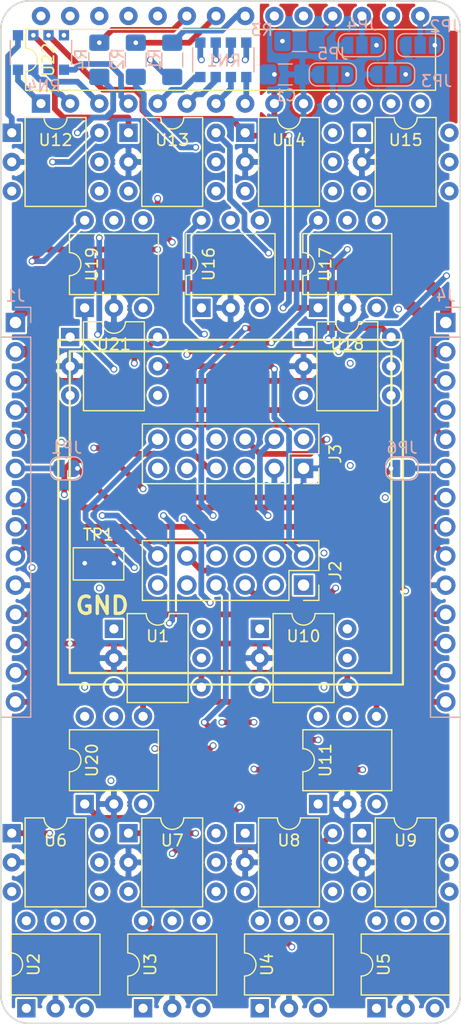
<source format=kicad_pcb>
(kicad_pcb (version 20171130) (host pcbnew "(5.1.8-0-10_14)")
  (layers (0 F.Cu mixed hide) (1 In1.Cu signal hide) (2 In2.Cu signal hide) (31 B.Cu mixed hide) (34 B.Paste user) (35 F.Paste user) (36 B.SilkS user) (37 F.SilkS user) (38 B.Mask user) (39 F.Mask user) (44 Edge.Cuts user))
  (net 0 "")
  (net 1 MISO)
  (net 2 +5V)
  (net 3 SCK)
  (net 4 MOSI)
  (net 5 GND)
  (net 6 SDA)
  (net 7 SCL)
  (net 8 +3V3)
  (net 9 V_D)
  (net 10 "Net-(J1-Pad6)")
  (net 11 I+)
  (net 12 V+)
  (net 13 V-)
  (net 14 I-)
  (net 15 /I2)
  (net 16 /V2)
  (net 17 /I4)
  (net 18 /VT)
  (net 19 /V4)
  (net 20 /IT)
  (net 21 /I6)
  (net 22 /V8)
  (net 23 /V6)
  (net 24 /I8)
  (net 25 /I1)
  (net 26 /V1)
  (net 27 /VB)
  (net 28 /I3)
  (net 29 /IB)
  (net 30 /V3)
  (net 31 /V7)
  (net 32 /I5)
  (net 33 /I7)
  (net 34 /V5)
  (net 35 "Net-(J4-Pad6)")
  (net 36 ~CS)
  (net 37 A0)
  (net 38 A1)
  (net 39 A2)
  (net 40 /TOP)
  (net 41 /P1)
  (net 42 /P2)
  (net 43 /P3)
  (net 44 /P4)
  (net 45 /P5)
  (net 46 /P6)
  (net 47 /P7)
  (net 48 /P8)
  (net 49 /BOT)
  (net 50 /V_D_EN)
  (net 51 "Net-(R3-Pad2)")
  (net 52 "Net-(RN4-Pad2)")
  (net 53 "Net-(RN4-Pad3)")
  (net 54 "Net-(RN4-Pad1)")
  (net 55 "Net-(RN4-Pad4)")
  (net 56 "Net-(U1-Pad3)")
  (net 57 "Net-(U1-Pad5)")
  (net 58 "Net-(U2-Pad5)")
  (net 59 "Net-(U2-Pad3)")
  (net 60 "Net-(U3-Pad3)")
  (net 61 "Net-(U3-Pad5)")
  (net 62 "Net-(U4-Pad5)")
  (net 63 "Net-(U4-Pad3)")
  (net 64 "Net-(U5-Pad3)")
  (net 65 "Net-(U5-Pad5)")
  (net 66 "Net-(U6-Pad5)")
  (net 67 "Net-(U6-Pad3)")
  (net 68 "Net-(U7-Pad3)")
  (net 69 "Net-(U7-Pad5)")
  (net 70 "Net-(U8-Pad5)")
  (net 71 "Net-(U8-Pad3)")
  (net 72 "Net-(U9-Pad3)")
  (net 73 "Net-(U9-Pad5)")
  (net 74 "Net-(U10-Pad5)")
  (net 75 "Net-(U10-Pad3)")
  (net 76 "Net-(U11-Pad5)")
  (net 77 "Net-(U11-Pad3)")
  (net 78 "Net-(U12-Pad3)")
  (net 79 "Net-(U12-Pad5)")
  (net 80 "Net-(U13-Pad5)")
  (net 81 "Net-(U13-Pad3)")
  (net 82 "Net-(U14-Pad3)")
  (net 83 "Net-(U14-Pad5)")
  (net 84 "Net-(U15-Pad5)")
  (net 85 "Net-(U15-Pad3)")
  (net 86 "Net-(U16-Pad5)")
  (net 87 "Net-(U16-Pad3)")
  (net 88 "Net-(U17-Pad3)")
  (net 89 "Net-(U17-Pad5)")
  (net 90 "Net-(U18-Pad5)")
  (net 91 "Net-(U18-Pad3)")
  (net 92 "Net-(U19-Pad3)")
  (net 93 "Net-(U19-Pad5)")
  (net 94 "Net-(U20-Pad5)")
  (net 95 "Net-(U20-Pad3)")
  (net 96 "Net-(U21-Pad3)")
  (net 97 "Net-(U21-Pad4)")
  (net 98 "Net-(U22-Pad19)")
  (net 99 "Net-(U22-Pad20)")
  (net 100 "Net-(U22-Pad24)")
  (net 101 "Net-(U22-Pad25)")
  (net 102 "Net-(U22-Pad26)")
  (net 103 "Net-(U22-Pad27)")
  (net 104 "Net-(U22-Pad28)")
  (net 105 "Net-(J2-Pad4)")
  (net 106 /RSense)
  (net 107 "Net-(RN1-Pad6)")
  (net 108 "Net-(RN1-Pad5)")
  (net 109 "Net-(RN1-Pad8)")
  (net 110 "Net-(RN1-Pad7)")
  (net 111 "Net-(R1-Pad1)")
  (net 112 "Net-(R2-Pad1)")
  (net 113 "Net-(R4-Pad1)")
  (module Package_DIP:DIP-28_W7.62mm (layer F.Cu) (at -16.51 -35.56 90)
    (fp_text reference U22 (at 3.81 0.635 90) (layer F.SilkS))
    (fp_text value MCP23S17)
    (pad 1 thru_hole rect (at 0 0 90) (size 1.6 1.6) (drill 0.8) (layers *.Cu *.Mask) (net 55 "Net-(RN4-Pad4)"))
    (pad 15 thru_hole oval (at 7.62 33.02 90) (size 1.6 1.6) (drill 0.8) (layers *.Cu *.Mask) (net 37 A0))
    (pad 2 thru_hole oval (at 0 2.54 90) (size 1.6 1.6) (drill 0.8) (layers *.Cu *.Mask) (net 53 "Net-(RN4-Pad3)"))
    (pad 16 thru_hole oval (at 7.62 30.48 90) (size 1.6 1.6) (drill 0.8) (layers *.Cu *.Mask) (net 38 A1))
    (pad 3 thru_hole oval (at 0 5.08 90) (size 1.6 1.6) (drill 0.8) (layers *.Cu *.Mask) (net 52 "Net-(RN4-Pad2)"))
    (pad 17 thru_hole oval (at 7.62 27.94 90) (size 1.6 1.6) (drill 0.8) (layers *.Cu *.Mask) (net 39 A2))
    (pad 4 thru_hole oval (at 0 7.62 90) (size 1.6 1.6) (drill 0.8) (layers *.Cu *.Mask) (net 54 "Net-(RN4-Pad1)"))
    (pad 18 thru_hole oval (at 7.62 25.4 90) (size 1.6 1.6) (drill 0.8) (layers *.Cu *.Mask) (net 51 "Net-(R3-Pad2)"))
    (pad 5 thru_hole oval (at 0 10.16 90) (size 1.6 1.6) (drill 0.8) (layers *.Cu *.Mask) (net 109 "Net-(RN1-Pad8)"))
    (pad 19 thru_hole oval (at 7.62 22.86 90) (size 1.6 1.6) (drill 0.8) (layers *.Cu *.Mask) (net 98 "Net-(U22-Pad19)"))
    (pad 6 thru_hole oval (at 0 12.7 90) (size 1.6 1.6) (drill 0.8) (layers *.Cu *.Mask) (net 110 "Net-(RN1-Pad7)"))
    (pad 20 thru_hole oval (at 7.62 20.32 90) (size 1.6 1.6) (drill 0.8) (layers *.Cu *.Mask) (net 99 "Net-(U22-Pad20)"))
    (pad 7 thru_hole oval (at 0 15.24 90) (size 1.6 1.6) (drill 0.8) (layers *.Cu *.Mask) (net 107 "Net-(RN1-Pad6)"))
    (pad 21 thru_hole oval (at 7.62 17.78 90) (size 1.6 1.6) (drill 0.8) (layers *.Cu *.Mask) (net 111 "Net-(R1-Pad1)"))
    (pad 8 thru_hole oval (at 0 17.78 90) (size 1.6 1.6) (drill 0.8) (layers *.Cu *.Mask) (net 108 "Net-(RN1-Pad5)"))
    (pad 22 thru_hole oval (at 7.62 15.24 90) (size 1.6 1.6) (drill 0.8) (layers *.Cu *.Mask) (net 112 "Net-(R2-Pad1)"))
    (pad 9 thru_hole oval (at 0 20.32 90) (size 1.6 1.6) (drill 0.8) (layers *.Cu *.Mask) (net 2 +5V))
    (pad 23 thru_hole oval (at 7.62 12.7 90) (size 1.6 1.6) (drill 0.8) (layers *.Cu *.Mask) (net 113 "Net-(R4-Pad1)"))
    (pad 10 thru_hole oval (at 0 22.86 90) (size 1.6 1.6) (drill 0.8) (layers *.Cu *.Mask) (net 5 GND))
    (pad 24 thru_hole oval (at 7.62 10.16 90) (size 1.6 1.6) (drill 0.8) (layers *.Cu *.Mask) (net 100 "Net-(U22-Pad24)"))
    (pad 11 thru_hole oval (at 0 25.4 90) (size 1.6 1.6) (drill 0.8) (layers *.Cu *.Mask) (net 36 ~CS))
    (pad 25 thru_hole oval (at 7.62 7.62 90) (size 1.6 1.6) (drill 0.8) (layers *.Cu *.Mask) (net 101 "Net-(U22-Pad25)"))
    (pad 12 thru_hole oval (at 0 27.94 90) (size 1.6 1.6) (drill 0.8) (layers *.Cu *.Mask) (net 3 SCK))
    (pad 26 thru_hole oval (at 7.62 5.08 90) (size 1.6 1.6) (drill 0.8) (layers *.Cu *.Mask) (net 102 "Net-(U22-Pad26)"))
    (pad 13 thru_hole oval (at 0 30.48 90) (size 1.6 1.6) (drill 0.8) (layers *.Cu *.Mask) (net 4 MOSI))
    (pad 27 thru_hole oval (at 7.62 2.54 90) (size 1.6 1.6) (drill 0.8) (layers *.Cu *.Mask) (net 103 "Net-(U22-Pad27)"))
    (pad 14 thru_hole oval (at 0 33.02 90) (size 1.6 1.6) (drill 0.8) (layers *.Cu *.Mask) (net 1 MISO))
    (pad 28 thru_hole oval (at 7.62 0 90) (size 1.6 1.6) (drill 0.8) (layers *.Cu *.Mask) (net 104 "Net-(U22-Pad28)"))
  )
  (module myParts:Test_Point_S1751-46R (layer F.Cu) (at -11.5 4.5)
    (fp_text reference TP1 (at 0 -2.54) (layer F.SilkS))
    (fp_text value Test_Point)
    (pad 1 smd rect (at 0 0) (size 3.45 1.85) (layers F.Cu F.Mask) (net 5 GND))
  )
  (module Connector_PinHeader_2.54mm:PinHeader_1x14_P2.54mm_Vertical (layer B.Cu) (at -18.73 -16.505 180)
    (fp_text reference J1 (at 0 2.33 180) (layer B.SilkS) (effects (justify mirror)))
    (fp_text value Conn_01x14)
    (pad 1 thru_hole rect (at 0 0 180) (size 1.7 1.7) (drill 1) (layers *.Cu *.Mask) (net 2 +5V))
    (pad 2 thru_hole oval (at 0 -2.54 180) (size 1.7 1.7) (drill 1) (layers *.Cu *.Mask) (net 8 +3V3))
    (pad 3 thru_hole oval (at 0 -5.08 180) (size 1.7 1.7) (drill 1) (layers *.Cu *.Mask) (net 9 V_D))
    (pad 4 thru_hole oval (at 0 -7.62 180) (size 1.7 1.7) (drill 1) (layers *.Cu *.Mask) (net 6 SDA))
    (pad 5 thru_hole oval (at 0 -10.16 180) (size 1.7 1.7) (drill 1) (layers *.Cu *.Mask) (net 7 SCL))
    (pad 6 thru_hole oval (at 0 -12.7 180) (size 1.7 1.7) (drill 1) (layers *.Cu *.Mask) (net 10 "Net-(J1-Pad6)"))
    (pad 7 thru_hole oval (at 0 -15.24 180) (size 1.7 1.7) (drill 1) (layers *.Cu *.Mask) (net 1 MISO))
    (pad 8 thru_hole oval (at 0 -17.78 180) (size 1.7 1.7) (drill 1) (layers *.Cu *.Mask) (net 4 MOSI))
    (pad 9 thru_hole oval (at 0 -20.32 180) (size 1.7 1.7) (drill 1) (layers *.Cu *.Mask) (net 3 SCK))
    (pad 10 thru_hole oval (at 0 -22.86 180) (size 1.7 1.7) (drill 1) (layers *.Cu *.Mask) (net 5 GND))
    (pad 11 thru_hole oval (at 0 -25.4 180) (size 1.7 1.7) (drill 1) (layers *.Cu *.Mask) (net 11 I+))
    (pad 12 thru_hole oval (at 0 -27.94 180) (size 1.7 1.7) (drill 1) (layers *.Cu *.Mask) (net 12 V+))
    (pad 13 thru_hole oval (at 0 -30.48 180) (size 1.7 1.7) (drill 1) (layers *.Cu *.Mask) (net 13 V-))
    (pad 14 thru_hole oval (at 0 -33.02 180) (size 1.7 1.7) (drill 1) (layers *.Cu *.Mask) (net 14 I-))
  )
  (module Connector_PinHeader_2.54mm:PinHeader_1x14_P2.54mm_Vertical (layer B.Cu) (at 18.73 -16.505 180)
    (fp_text reference J4 (at 0 2.33 180) (layer B.SilkS) (effects (justify mirror)))
    (fp_text value Conn_01x14)
    (pad 14 thru_hole oval (at 0 -33.02 180) (size 1.7 1.7) (drill 1) (layers *.Cu *.Mask) (net 14 I-))
    (pad 13 thru_hole oval (at 0 -30.48 180) (size 1.7 1.7) (drill 1) (layers *.Cu *.Mask) (net 13 V-))
    (pad 12 thru_hole oval (at 0 -27.94 180) (size 1.7 1.7) (drill 1) (layers *.Cu *.Mask) (net 12 V+))
    (pad 11 thru_hole oval (at 0 -25.4 180) (size 1.7 1.7) (drill 1) (layers *.Cu *.Mask) (net 11 I+))
    (pad 10 thru_hole oval (at 0 -22.86 180) (size 1.7 1.7) (drill 1) (layers *.Cu *.Mask) (net 5 GND))
    (pad 9 thru_hole oval (at 0 -20.32 180) (size 1.7 1.7) (drill 1) (layers *.Cu *.Mask) (net 3 SCK))
    (pad 8 thru_hole oval (at 0 -17.78 180) (size 1.7 1.7) (drill 1) (layers *.Cu *.Mask) (net 4 MOSI))
    (pad 7 thru_hole oval (at 0 -15.24 180) (size 1.7 1.7) (drill 1) (layers *.Cu *.Mask) (net 1 MISO))
    (pad 6 thru_hole oval (at 0 -12.7 180) (size 1.7 1.7) (drill 1) (layers *.Cu *.Mask) (net 35 "Net-(J4-Pad6)"))
    (pad 5 thru_hole oval (at 0 -10.16 180) (size 1.7 1.7) (drill 1) (layers *.Cu *.Mask) (net 7 SCL))
    (pad 4 thru_hole oval (at 0 -7.62 180) (size 1.7 1.7) (drill 1) (layers *.Cu *.Mask) (net 6 SDA))
    (pad 3 thru_hole oval (at 0 -5.08 180) (size 1.7 1.7) (drill 1) (layers *.Cu *.Mask) (net 9 V_D))
    (pad 2 thru_hole oval (at 0 -2.54 180) (size 1.7 1.7) (drill 1) (layers *.Cu *.Mask) (net 8 +3V3))
    (pad 1 thru_hole rect (at 0 0 180) (size 1.7 1.7) (drill 1) (layers *.Cu *.Mask) (net 2 +5V))
  )
  (module Jumper:SolderJumper-2_P1.3mm_Open_RoundedPad1.0x1.5mm (layer B.Cu) (at -14.29 -3.805 180)
    (fp_text reference JP1 (at 0 1.8 180) (layer B.SilkS) (effects (justify mirror)))
    (fp_text value Jumper_NC_Small)
    (pad 2 smd rect (at 0.4 0 180) (size 0.5 1.5) (layers B.Cu B.Mask) (net 10 "Net-(J1-Pad6)"))
    (pad 1 smd rect (at -0.4 0 180) (size 0.5 1.5) (layers B.Cu B.Mask) (net 36 ~CS))
    (pad 1 smd roundrect (at -0.65 0 180) (size 1 1.5) (layers B.Cu B.Mask) (roundrect_rratio 0.5) (net 36 ~CS))
    (pad 2 smd roundrect (at 0.65 0 180) (size 1 1.5) (layers B.Cu B.Mask) (roundrect_rratio 0.5) (net 10 "Net-(J1-Pad6)"))
  )
  (module Jumper:SolderJumper-3_P1.3mm_Open_RoundedPad1.0x1.5mm_NumberLabels (layer B.Cu) (at 16.51 -40.64 180)
    (fp_text reference JP2 (at -2.16154 1.64592 180) (layer B.SilkS) (effects (justify mirror)))
    (fp_text value Jumper_NC_Dual)
    (pad 3 smd rect (at 1 0 180) (size 0.5 1.5) (layers B.Cu B.Mask) (net 5 GND))
    (pad 3 smd roundrect (at 1.3 0 180) (size 1 1.5) (layers B.Cu B.Mask) (roundrect_rratio 0.5) (net 5 GND))
    (pad 2 smd rect (at 0 0 180) (size 1 1.5) (layers B.Cu B.Mask) (net 37 A0))
    (pad 1 smd rect (at -1 0 180) (size 0.5 1.5) (layers B.Cu B.Mask) (net 2 +5V))
    (pad 1 smd roundrect (at -1.3 0 180) (size 1 1.5) (layers B.Cu B.Mask) (roundrect_rratio 0.5) (net 2 +5V))
  )
  (module Jumper:SolderJumper-3_P1.3mm_Open_RoundedPad1.0x1.5mm_NumberLabels (layer B.Cu) (at 13.97 -38.095 180)
    (fp_text reference JP3 (at -3.95224 -0.57666 180) (layer B.SilkS) (effects (justify mirror)))
    (fp_text value Jumper_NC_Dual)
    (pad 1 smd roundrect (at -1.3 0 180) (size 1 1.5) (layers B.Cu B.Mask) (roundrect_rratio 0.5) (net 2 +5V))
    (pad 1 smd rect (at -1 0 180) (size 0.5 1.5) (layers B.Cu B.Mask) (net 2 +5V))
    (pad 2 smd rect (at 0 0 180) (size 1 1.5) (layers B.Cu B.Mask) (net 38 A1))
    (pad 3 smd roundrect (at 1.3 0 180) (size 1 1.5) (layers B.Cu B.Mask) (roundrect_rratio 0.5) (net 5 GND))
    (pad 3 smd rect (at 1 0 180) (size 0.5 1.5) (layers B.Cu B.Mask) (net 5 GND))
  )
  (module Jumper:SolderJumper-3_P1.3mm_Open_RoundedPad1.0x1.5mm_NumberLabels (layer B.Cu) (at 11.43 -40.64 180)
    (fp_text reference JP4 (at 0 1.8 180) (layer B.SilkS) (effects (justify mirror)))
    (fp_text value Jumper_NC_Dual)
    (pad 1 smd roundrect (at -1.3 0 180) (size 1 1.5) (layers B.Cu B.Mask) (roundrect_rratio 0.5) (net 2 +5V))
    (pad 1 smd rect (at -1 0 180) (size 0.5 1.5) (layers B.Cu B.Mask) (net 2 +5V))
    (pad 2 smd rect (at 0 0 180) (size 1 1.5) (layers B.Cu B.Mask) (net 39 A2))
    (pad 3 smd roundrect (at 1.3 0 180) (size 1 1.5) (layers B.Cu B.Mask) (roundrect_rratio 0.5) (net 5 GND))
    (pad 3 smd rect (at 1 0 180) (size 0.5 1.5) (layers B.Cu B.Mask) (net 5 GND))
  )
  (module Jumper:SolderJumper-3_P1.3mm_Open_RoundedPad1.0x1.5mm_NumberLabels (layer B.Cu) (at 8.89 -38.095 180)
    (fp_text reference JP5 (at 0 1.8 180) (layer B.SilkS) (effects (justify mirror)))
    (fp_text value Jumper_NC_Dual)
    (pad 3 smd rect (at 1 0 180) (size 0.5 1.5) (layers B.Cu B.Mask) (net 5 GND))
    (pad 3 smd roundrect (at 1.3 0 180) (size 1 1.5) (layers B.Cu B.Mask) (roundrect_rratio 0.5) (net 5 GND))
    (pad 2 smd rect (at 0 0 180) (size 1 1.5) (layers B.Cu B.Mask) (net 36 ~CS))
    (pad 1 smd rect (at -1 0 180) (size 0.5 1.5) (layers B.Cu B.Mask) (net 2 +5V))
    (pad 1 smd roundrect (at -1.3 0 180) (size 1 1.5) (layers B.Cu B.Mask) (roundrect_rratio 0.5) (net 2 +5V))
  )
  (module Jumper:SolderJumper-2_P1.3mm_Open_RoundedPad1.0x1.5mm (layer B.Cu) (at 14.92 -3.805 180)
    (fp_text reference JP6 (at 0 1.8 180) (layer B.SilkS) (effects (justify mirror)))
    (fp_text value Jumper_NC_Small)
    (pad 2 smd roundrect (at 0.65 0 180) (size 1 1.5) (layers B.Cu B.Mask) (roundrect_rratio 0.5) (net 36 ~CS))
    (pad 1 smd roundrect (at -0.65 0 180) (size 1 1.5) (layers B.Cu B.Mask) (roundrect_rratio 0.5) (net 35 "Net-(J4-Pad6)"))
    (pad 1 smd rect (at -0.4 0 180) (size 0.5 1.5) (layers B.Cu B.Mask) (net 35 "Net-(J4-Pad6)"))
    (pad 2 smd rect (at 0.4 0 180) (size 0.5 1.5) (layers B.Cu B.Mask) (net 36 ~CS))
  )
  (module Package_DIP:DIP-6_W7.62mm (layer F.Cu) (at -10.16 10.16)
    (fp_text reference U1 (at 3.81 0.635) (layer F.SilkS))
    (fp_text value ASSR-1611)
    (pad 6 thru_hole oval (at 7.62 0) (size 1.6 1.6) (drill 0.8) (layers *.Cu *.Mask) (net 18 /VT))
    (pad 3 thru_hole oval (at 0 5.08) (size 1.6 1.6) (drill 0.8) (layers *.Cu *.Mask) (net 56 "Net-(U1-Pad3)"))
    (pad 5 thru_hole oval (at 7.62 2.54) (size 1.6 1.6) (drill 0.8) (layers *.Cu *.Mask) (net 57 "Net-(U1-Pad5)"))
    (pad 2 thru_hole oval (at 0 2.54) (size 1.6 1.6) (drill 0.8) (layers *.Cu *.Mask) (net 5 GND))
    (pad 4 thru_hole oval (at 7.62 5.08) (size 1.6 1.6) (drill 0.8) (layers *.Cu *.Mask) (net 13 V-))
    (pad 1 thru_hole rect (at 0 0) (size 1.6 1.6) (drill 0.8) (layers *.Cu *.Mask) (net 40 /TOP))
  )
  (module Package_DIP:DIP-6_W7.62mm (layer F.Cu) (at -17.78 43.18 90)
    (fp_text reference U2 (at 3.81 0.635 90) (layer F.SilkS))
    (fp_text value ASSR-1611)
    (pad 1 thru_hole rect (at 0 0 90) (size 1.6 1.6) (drill 0.8) (layers *.Cu *.Mask) (net 41 /P1))
    (pad 4 thru_hole oval (at 7.62 5.08 90) (size 1.6 1.6) (drill 0.8) (layers *.Cu *.Mask) (net 12 V+))
    (pad 2 thru_hole oval (at 0 2.54 90) (size 1.6 1.6) (drill 0.8) (layers *.Cu *.Mask) (net 5 GND))
    (pad 5 thru_hole oval (at 7.62 2.54 90) (size 1.6 1.6) (drill 0.8) (layers *.Cu *.Mask) (net 58 "Net-(U2-Pad5)"))
    (pad 3 thru_hole oval (at 0 5.08 90) (size 1.6 1.6) (drill 0.8) (layers *.Cu *.Mask) (net 59 "Net-(U2-Pad3)"))
    (pad 6 thru_hole oval (at 7.62 0 90) (size 1.6 1.6) (drill 0.8) (layers *.Cu *.Mask) (net 26 /V1))
  )
  (module Package_DIP:DIP-6_W7.62mm (layer F.Cu) (at -7.62 43.18 90)
    (fp_text reference U3 (at 3.81 0.635 90) (layer F.SilkS))
    (fp_text value ASSR-1611)
    (pad 6 thru_hole oval (at 7.62 0 90) (size 1.6 1.6) (drill 0.8) (layers *.Cu *.Mask) (net 16 /V2))
    (pad 3 thru_hole oval (at 0 5.08 90) (size 1.6 1.6) (drill 0.8) (layers *.Cu *.Mask) (net 60 "Net-(U3-Pad3)"))
    (pad 5 thru_hole oval (at 7.62 2.54 90) (size 1.6 1.6) (drill 0.8) (layers *.Cu *.Mask) (net 61 "Net-(U3-Pad5)"))
    (pad 2 thru_hole oval (at 0 2.54 90) (size 1.6 1.6) (drill 0.8) (layers *.Cu *.Mask) (net 5 GND))
    (pad 4 thru_hole oval (at 7.62 5.08 90) (size 1.6 1.6) (drill 0.8) (layers *.Cu *.Mask) (net 12 V+))
    (pad 1 thru_hole rect (at 0 0 90) (size 1.6 1.6) (drill 0.8) (layers *.Cu *.Mask) (net 42 /P2))
  )
  (module Package_DIP:DIP-6_W7.62mm (layer F.Cu) (at 2.54 43.18 90)
    (fp_text reference U4 (at 3.81 0.635 90) (layer F.SilkS))
    (fp_text value ASSR-1611)
    (pad 1 thru_hole rect (at 0 0 90) (size 1.6 1.6) (drill 0.8) (layers *.Cu *.Mask) (net 43 /P3))
    (pad 4 thru_hole oval (at 7.62 5.08 90) (size 1.6 1.6) (drill 0.8) (layers *.Cu *.Mask) (net 12 V+))
    (pad 2 thru_hole oval (at 0 2.54 90) (size 1.6 1.6) (drill 0.8) (layers *.Cu *.Mask) (net 5 GND))
    (pad 5 thru_hole oval (at 7.62 2.54 90) (size 1.6 1.6) (drill 0.8) (layers *.Cu *.Mask) (net 62 "Net-(U4-Pad5)"))
    (pad 3 thru_hole oval (at 0 5.08 90) (size 1.6 1.6) (drill 0.8) (layers *.Cu *.Mask) (net 63 "Net-(U4-Pad3)"))
    (pad 6 thru_hole oval (at 7.62 0 90) (size 1.6 1.6) (drill 0.8) (layers *.Cu *.Mask) (net 30 /V3))
  )
  (module Package_DIP:DIP-6_W7.62mm (layer F.Cu) (at 12.7 43.18 90)
    (fp_text reference U5 (at 3.81 0.635 90) (layer F.SilkS))
    (fp_text value ASSR-1611)
    (pad 6 thru_hole oval (at 7.62 0 90) (size 1.6 1.6) (drill 0.8) (layers *.Cu *.Mask) (net 19 /V4))
    (pad 3 thru_hole oval (at 0 5.08 90) (size 1.6 1.6) (drill 0.8) (layers *.Cu *.Mask) (net 64 "Net-(U5-Pad3)"))
    (pad 5 thru_hole oval (at 7.62 2.54 90) (size 1.6 1.6) (drill 0.8) (layers *.Cu *.Mask) (net 65 "Net-(U5-Pad5)"))
    (pad 2 thru_hole oval (at 0 2.54 90) (size 1.6 1.6) (drill 0.8) (layers *.Cu *.Mask) (net 5 GND))
    (pad 4 thru_hole oval (at 7.62 5.08 90) (size 1.6 1.6) (drill 0.8) (layers *.Cu *.Mask) (net 12 V+))
    (pad 1 thru_hole rect (at 0 0 90) (size 1.6 1.6) (drill 0.8) (layers *.Cu *.Mask) (net 44 /P4))
  )
  (module Package_DIP:DIP-6_W7.62mm (layer F.Cu) (at -19.05 27.94)
    (fp_text reference U6 (at 3.81 0.635) (layer F.SilkS))
    (fp_text value ASSR-1611)
    (pad 1 thru_hole rect (at 0 0) (size 1.6 1.6) (drill 0.8) (layers *.Cu *.Mask) (net 45 /P5))
    (pad 4 thru_hole oval (at 7.62 5.08) (size 1.6 1.6) (drill 0.8) (layers *.Cu *.Mask) (net 12 V+))
    (pad 2 thru_hole oval (at 0 2.54) (size 1.6 1.6) (drill 0.8) (layers *.Cu *.Mask) (net 5 GND))
    (pad 5 thru_hole oval (at 7.62 2.54) (size 1.6 1.6) (drill 0.8) (layers *.Cu *.Mask) (net 66 "Net-(U6-Pad5)"))
    (pad 3 thru_hole oval (at 0 5.08) (size 1.6 1.6) (drill 0.8) (layers *.Cu *.Mask) (net 67 "Net-(U6-Pad3)"))
    (pad 6 thru_hole oval (at 7.62 0) (size 1.6 1.6) (drill 0.8) (layers *.Cu *.Mask) (net 34 /V5))
  )
  (module Package_DIP:DIP-6_W7.62mm (layer F.Cu) (at -8.89 27.94)
    (fp_text reference U7 (at 3.81 0.635) (layer F.SilkS))
    (fp_text value ASSR-1611)
    (pad 6 thru_hole oval (at 7.62 0) (size 1.6 1.6) (drill 0.8) (layers *.Cu *.Mask) (net 23 /V6))
    (pad 3 thru_hole oval (at 0 5.08) (size 1.6 1.6) (drill 0.8) (layers *.Cu *.Mask) (net 68 "Net-(U7-Pad3)"))
    (pad 5 thru_hole oval (at 7.62 2.54) (size 1.6 1.6) (drill 0.8) (layers *.Cu *.Mask) (net 69 "Net-(U7-Pad5)"))
    (pad 2 thru_hole oval (at 0 2.54) (size 1.6 1.6) (drill 0.8) (layers *.Cu *.Mask) (net 5 GND))
    (pad 4 thru_hole oval (at 7.62 5.08) (size 1.6 1.6) (drill 0.8) (layers *.Cu *.Mask) (net 12 V+))
    (pad 1 thru_hole rect (at 0 0) (size 1.6 1.6) (drill 0.8) (layers *.Cu *.Mask) (net 46 /P6))
  )
  (module Package_DIP:DIP-6_W7.62mm (layer F.Cu) (at 1.27 27.94)
    (fp_text reference U8 (at 3.81 0.635) (layer F.SilkS))
    (fp_text value ASSR-1611)
    (pad 1 thru_hole rect (at 0 0) (size 1.6 1.6) (drill 0.8) (layers *.Cu *.Mask) (net 47 /P7))
    (pad 4 thru_hole oval (at 7.62 5.08) (size 1.6 1.6) (drill 0.8) (layers *.Cu *.Mask) (net 12 V+))
    (pad 2 thru_hole oval (at 0 2.54) (size 1.6 1.6) (drill 0.8) (layers *.Cu *.Mask) (net 5 GND))
    (pad 5 thru_hole oval (at 7.62 2.54) (size 1.6 1.6) (drill 0.8) (layers *.Cu *.Mask) (net 70 "Net-(U8-Pad5)"))
    (pad 3 thru_hole oval (at 0 5.08) (size 1.6 1.6) (drill 0.8) (layers *.Cu *.Mask) (net 71 "Net-(U8-Pad3)"))
    (pad 6 thru_hole oval (at 7.62 0) (size 1.6 1.6) (drill 0.8) (layers *.Cu *.Mask) (net 31 /V7))
  )
  (module Package_DIP:DIP-6_W7.62mm (layer F.Cu) (at 11.43 27.94)
    (fp_text reference U9 (at 3.81 0.635) (layer F.SilkS))
    (fp_text value ASSR-1611)
    (pad 6 thru_hole oval (at 7.62 0) (size 1.6 1.6) (drill 0.8) (layers *.Cu *.Mask) (net 22 /V8))
    (pad 3 thru_hole oval (at 0 5.08) (size 1.6 1.6) (drill 0.8) (layers *.Cu *.Mask) (net 72 "Net-(U9-Pad3)"))
    (pad 5 thru_hole oval (at 7.62 2.54) (size 1.6 1.6) (drill 0.8) (layers *.Cu *.Mask) (net 73 "Net-(U9-Pad5)"))
    (pad 2 thru_hole oval (at 0 2.54) (size 1.6 1.6) (drill 0.8) (layers *.Cu *.Mask) (net 5 GND))
    (pad 4 thru_hole oval (at 7.62 5.08) (size 1.6 1.6) (drill 0.8) (layers *.Cu *.Mask) (net 12 V+))
    (pad 1 thru_hole rect (at 0 0) (size 1.6 1.6) (drill 0.8) (layers *.Cu *.Mask) (net 48 /P8))
  )
  (module Package_DIP:DIP-6_W7.62mm (layer F.Cu) (at 2.54 10.16)
    (fp_text reference U10 (at 3.81 0.635) (layer F.SilkS))
    (fp_text value ASSR-1611)
    (pad 1 thru_hole rect (at 0 0) (size 1.6 1.6) (drill 0.8) (layers *.Cu *.Mask) (net 49 /BOT))
    (pad 4 thru_hole oval (at 7.62 5.08) (size 1.6 1.6) (drill 0.8) (layers *.Cu *.Mask) (net 13 V-))
    (pad 2 thru_hole oval (at 0 2.54) (size 1.6 1.6) (drill 0.8) (layers *.Cu *.Mask) (net 5 GND))
    (pad 5 thru_hole oval (at 7.62 2.54) (size 1.6 1.6) (drill 0.8) (layers *.Cu *.Mask) (net 74 "Net-(U10-Pad5)"))
    (pad 3 thru_hole oval (at 0 5.08) (size 1.6 1.6) (drill 0.8) (layers *.Cu *.Mask) (net 75 "Net-(U10-Pad3)"))
    (pad 6 thru_hole oval (at 7.62 0) (size 1.6 1.6) (drill 0.8) (layers *.Cu *.Mask) (net 27 /VB))
  )
  (module Package_DIP:DIP-6_W7.62mm (layer F.Cu) (at 7.62 25.4 90)
    (fp_text reference U11 (at 3.81 0.635 90) (layer F.SilkS))
    (fp_text value ASSR-1611)
    (pad 1 thru_hole rect (at 0 0 90) (size 1.6 1.6) (drill 0.8) (layers *.Cu *.Mask) (net 40 /TOP))
    (pad 4 thru_hole oval (at 7.62 5.08 90) (size 1.6 1.6) (drill 0.8) (layers *.Cu *.Mask) (net 14 I-))
    (pad 2 thru_hole oval (at 0 2.54 90) (size 1.6 1.6) (drill 0.8) (layers *.Cu *.Mask) (net 5 GND))
    (pad 5 thru_hole oval (at 7.62 2.54 90) (size 1.6 1.6) (drill 0.8) (layers *.Cu *.Mask) (net 76 "Net-(U11-Pad5)"))
    (pad 3 thru_hole oval (at 0 5.08 90) (size 1.6 1.6) (drill 0.8) (layers *.Cu *.Mask) (net 77 "Net-(U11-Pad3)"))
    (pad 6 thru_hole oval (at 7.62 0 90) (size 1.6 1.6) (drill 0.8) (layers *.Cu *.Mask) (net 20 /IT))
  )
  (module Package_DIP:DIP-6_W7.62mm (layer F.Cu) (at -19.05 -33.02)
    (fp_text reference U12 (at 3.81 0.635 180) (layer F.SilkS))
    (fp_text value ASSR-1611)
    (pad 6 thru_hole oval (at 7.62 0) (size 1.6 1.6) (drill 0.8) (layers *.Cu *.Mask) (net 25 /I1))
    (pad 3 thru_hole oval (at 0 5.08) (size 1.6 1.6) (drill 0.8) (layers *.Cu *.Mask) (net 78 "Net-(U12-Pad3)"))
    (pad 5 thru_hole oval (at 7.62 2.54) (size 1.6 1.6) (drill 0.8) (layers *.Cu *.Mask) (net 79 "Net-(U12-Pad5)"))
    (pad 2 thru_hole oval (at 0 2.54) (size 1.6 1.6) (drill 0.8) (layers *.Cu *.Mask) (net 5 GND))
    (pad 4 thru_hole oval (at 7.62 5.08) (size 1.6 1.6) (drill 0.8) (layers *.Cu *.Mask) (net 11 I+))
    (pad 1 thru_hole rect (at 0 0) (size 1.6 1.6) (drill 0.8) (layers *.Cu *.Mask) (net 41 /P1))
  )
  (module Package_DIP:DIP-6_W7.62mm (layer F.Cu) (at -8.89 -33.02)
    (fp_text reference U13 (at 3.81 0.635) (layer F.SilkS))
    (fp_text value ASSR-1611)
    (pad 1 thru_hole rect (at 0 0) (size 1.6 1.6) (drill 0.8) (layers *.Cu *.Mask) (net 42 /P2))
    (pad 4 thru_hole oval (at 7.62 5.08) (size 1.6 1.6) (drill 0.8) (layers *.Cu *.Mask) (net 11 I+))
    (pad 2 thru_hole oval (at 0 2.54) (size 1.6 1.6) (drill 0.8) (layers *.Cu *.Mask) (net 5 GND))
    (pad 5 thru_hole oval (at 7.62 2.54) (size 1.6 1.6) (drill 0.8) (layers *.Cu *.Mask) (net 80 "Net-(U13-Pad5)"))
    (pad 3 thru_hole oval (at 0 5.08) (size 1.6 1.6) (drill 0.8) (layers *.Cu *.Mask) (net 81 "Net-(U13-Pad3)"))
    (pad 6 thru_hole oval (at 7.62 0) (size 1.6 1.6) (drill 0.8) (layers *.Cu *.Mask) (net 15 /I2))
  )
  (module Package_DIP:DIP-6_W7.62mm (layer F.Cu) (at 1.27 -33.02)
    (fp_text reference U14 (at 3.81 0.635) (layer F.SilkS))
    (fp_text value ASSR-1611)
    (pad 6 thru_hole oval (at 7.62 0) (size 1.6 1.6) (drill 0.8) (layers *.Cu *.Mask) (net 28 /I3))
    (pad 3 thru_hole oval (at 0 5.08) (size 1.6 1.6) (drill 0.8) (layers *.Cu *.Mask) (net 82 "Net-(U14-Pad3)"))
    (pad 5 thru_hole oval (at 7.62 2.54) (size 1.6 1.6) (drill 0.8) (layers *.Cu *.Mask) (net 83 "Net-(U14-Pad5)"))
    (pad 2 thru_hole oval (at 0 2.54) (size 1.6 1.6) (drill 0.8) (layers *.Cu *.Mask) (net 5 GND))
    (pad 4 thru_hole oval (at 7.62 5.08) (size 1.6 1.6) (drill 0.8) (layers *.Cu *.Mask) (net 11 I+))
    (pad 1 thru_hole rect (at 0 0) (size 1.6 1.6) (drill 0.8) (layers *.Cu *.Mask) (net 43 /P3))
  )
  (module Package_DIP:DIP-6_W7.62mm (layer F.Cu) (at 11.43 -33.02)
    (fp_text reference U15 (at 3.81 0.635) (layer F.SilkS))
    (fp_text value ASSR-1611)
    (pad 1 thru_hole rect (at 0 0) (size 1.6 1.6) (drill 0.8) (layers *.Cu *.Mask) (net 44 /P4))
    (pad 4 thru_hole oval (at 7.62 5.08) (size 1.6 1.6) (drill 0.8) (layers *.Cu *.Mask) (net 11 I+))
    (pad 2 thru_hole oval (at 0 2.54) (size 1.6 1.6) (drill 0.8) (layers *.Cu *.Mask) (net 5 GND))
    (pad 5 thru_hole oval (at 7.62 2.54) (size 1.6 1.6) (drill 0.8) (layers *.Cu *.Mask) (net 84 "Net-(U15-Pad5)"))
    (pad 3 thru_hole oval (at 0 5.08) (size 1.6 1.6) (drill 0.8) (layers *.Cu *.Mask) (net 85 "Net-(U15-Pad3)"))
    (pad 6 thru_hole oval (at 7.62 0) (size 1.6 1.6) (drill 0.8) (layers *.Cu *.Mask) (net 17 /I4))
  )
  (module Package_DIP:DIP-6_W7.62mm (layer F.Cu) (at -2.54 -17.78 90)
    (fp_text reference U16 (at 3.81 0.635 90) (layer F.SilkS))
    (fp_text value ASSR-1611)
    (pad 1 thru_hole rect (at 0 0 90) (size 1.6 1.6) (drill 0.8) (layers *.Cu *.Mask) (net 45 /P5))
    (pad 4 thru_hole oval (at 7.62 5.08 90) (size 1.6 1.6) (drill 0.8) (layers *.Cu *.Mask) (net 11 I+))
    (pad 2 thru_hole oval (at 0 2.54 90) (size 1.6 1.6) (drill 0.8) (layers *.Cu *.Mask) (net 5 GND))
    (pad 5 thru_hole oval (at 7.62 2.54 90) (size 1.6 1.6) (drill 0.8) (layers *.Cu *.Mask) (net 86 "Net-(U16-Pad5)"))
    (pad 3 thru_hole oval (at 0 5.08 90) (size 1.6 1.6) (drill 0.8) (layers *.Cu *.Mask) (net 87 "Net-(U16-Pad3)"))
    (pad 6 thru_hole oval (at 7.62 0 90) (size 1.6 1.6) (drill 0.8) (layers *.Cu *.Mask) (net 32 /I5))
  )
  (module Package_DIP:DIP-6_W7.62mm (layer F.Cu) (at 7.62 -17.78 90)
    (fp_text reference U17 (at 3.81 0.635 90) (layer F.SilkS))
    (fp_text value ASSR-1611)
    (pad 6 thru_hole oval (at 7.62 0 90) (size 1.6 1.6) (drill 0.8) (layers *.Cu *.Mask) (net 21 /I6))
    (pad 3 thru_hole oval (at 0 5.08 90) (size 1.6 1.6) (drill 0.8) (layers *.Cu *.Mask) (net 88 "Net-(U17-Pad3)"))
    (pad 5 thru_hole oval (at 7.62 2.54 90) (size 1.6 1.6) (drill 0.8) (layers *.Cu *.Mask) (net 89 "Net-(U17-Pad5)"))
    (pad 2 thru_hole oval (at 0 2.54 90) (size 1.6 1.6) (drill 0.8) (layers *.Cu *.Mask) (net 5 GND))
    (pad 4 thru_hole oval (at 7.62 5.08 90) (size 1.6 1.6) (drill 0.8) (layers *.Cu *.Mask) (net 11 I+))
    (pad 1 thru_hole rect (at 0 0 90) (size 1.6 1.6) (drill 0.8) (layers *.Cu *.Mask) (net 46 /P6))
  )
  (module Package_DIP:DIP-6_W7.62mm (layer F.Cu) (at 6.35 -15.24)
    (fp_text reference U18 (at 3.81 0.635) (layer F.SilkS))
    (fp_text value ASSR-1611)
    (pad 1 thru_hole rect (at 0 0) (size 1.6 1.6) (drill 0.8) (layers *.Cu *.Mask) (net 47 /P7))
    (pad 4 thru_hole oval (at 7.62 5.08) (size 1.6 1.6) (drill 0.8) (layers *.Cu *.Mask) (net 11 I+))
    (pad 2 thru_hole oval (at 0 2.54) (size 1.6 1.6) (drill 0.8) (layers *.Cu *.Mask) (net 5 GND))
    (pad 5 thru_hole oval (at 7.62 2.54) (size 1.6 1.6) (drill 0.8) (layers *.Cu *.Mask) (net 90 "Net-(U18-Pad5)"))
    (pad 3 thru_hole oval (at 0 5.08) (size 1.6 1.6) (drill 0.8) (layers *.Cu *.Mask) (net 91 "Net-(U18-Pad3)"))
    (pad 6 thru_hole oval (at 7.62 0) (size 1.6 1.6) (drill 0.8) (layers *.Cu *.Mask) (net 33 /I7))
  )
  (module Package_DIP:DIP-6_W7.62mm (layer F.Cu) (at -12.7 -17.78 90)
    (fp_text reference U19 (at 3.81 0.635 90) (layer F.SilkS))
    (fp_text value ASSR-1611)
    (pad 6 thru_hole oval (at 7.62 0 90) (size 1.6 1.6) (drill 0.8) (layers *.Cu *.Mask) (net 24 /I8))
    (pad 3 thru_hole oval (at 0 5.08 90) (size 1.6 1.6) (drill 0.8) (layers *.Cu *.Mask) (net 92 "Net-(U19-Pad3)"))
    (pad 5 thru_hole oval (at 7.62 2.54 90) (size 1.6 1.6) (drill 0.8) (layers *.Cu *.Mask) (net 93 "Net-(U19-Pad5)"))
    (pad 2 thru_hole oval (at 0 2.54 90) (size 1.6 1.6) (drill 0.8) (layers *.Cu *.Mask) (net 5 GND))
    (pad 4 thru_hole oval (at 7.62 5.08 90) (size 1.6 1.6) (drill 0.8) (layers *.Cu *.Mask) (net 11 I+))
    (pad 1 thru_hole rect (at 0 0 90) (size 1.6 1.6) (drill 0.8) (layers *.Cu *.Mask) (net 48 /P8))
  )
  (module Package_DIP:DIP-6_W7.62mm (layer F.Cu) (at -12.7 25.4 90)
    (fp_text reference U20 (at 3.81 0.635 90) (layer F.SilkS))
    (fp_text value ASSR-1611)
    (pad 1 thru_hole rect (at 0 0 90) (size 1.6 1.6) (drill 0.8) (layers *.Cu *.Mask) (net 49 /BOT))
    (pad 4 thru_hole oval (at 7.62 5.08 90) (size 1.6 1.6) (drill 0.8) (layers *.Cu *.Mask) (net 14 I-))
    (pad 2 thru_hole oval (at 0 2.54 90) (size 1.6 1.6) (drill 0.8) (layers *.Cu *.Mask) (net 5 GND))
    (pad 5 thru_hole oval (at 7.62 2.54 90) (size 1.6 1.6) (drill 0.8) (layers *.Cu *.Mask) (net 94 "Net-(U20-Pad5)"))
    (pad 3 thru_hole oval (at 0 5.08 90) (size 1.6 1.6) (drill 0.8) (layers *.Cu *.Mask) (net 95 "Net-(U20-Pad3)"))
    (pad 6 thru_hole oval (at 7.62 0 90) (size 1.6 1.6) (drill 0.8) (layers *.Cu *.Mask) (net 29 /IB))
  )
  (module Package_DIP:DIP-6_W7.62mm (layer F.Cu) (at -13.97 -15.24)
    (fp_text reference U21 (at 3.81 0.635) (layer F.SilkS))
    (fp_text value ASSR-1611)
    (pad 6 thru_hole oval (at 7.62 0) (size 1.6 1.6) (drill 0.8) (layers *.Cu *.Mask) (net 9 V_D))
    (pad 3 thru_hole oval (at 0 5.08) (size 1.6 1.6) (drill 0.8) (layers *.Cu *.Mask) (net 96 "Net-(U21-Pad3)"))
    (pad 5 thru_hole oval (at 7.62 2.54) (size 1.6 1.6) (drill 0.8) (layers *.Cu *.Mask) (net 106 /RSense))
    (pad 2 thru_hole oval (at 0 2.54) (size 1.6 1.6) (drill 0.8) (layers *.Cu *.Mask) (net 5 GND))
    (pad 4 thru_hole oval (at 7.62 5.08) (size 1.6 1.6) (drill 0.8) (layers *.Cu *.Mask) (net 97 "Net-(U21-Pad4)"))
    (pad 1 thru_hole rect (at 0 0) (size 1.6 1.6) (drill 0.8) (layers *.Cu *.Mask) (net 50 /V_D_EN))
  )
  (module Resistor_SMD:R_Array_Convex_4x1206 (layer B.Cu) (at -0.635 -39.37 270)
    (fp_text reference RN1 (at 0.07874 -0.05588) (layer B.SilkS) (effects (justify mirror)))
    (fp_text value 330R)
    (pad 6 smd rect (at 1.5 -0.66 270) (size 0.9 0.9) (layers B.Cu B.Paste B.Mask) (net 107 "Net-(RN1-Pad6)"))
    (pad 5 smd rect (at 1.5 -2 270) (size 0.9 0.9) (layers B.Cu B.Paste B.Mask) (net 108 "Net-(RN1-Pad5)"))
    (pad 8 smd rect (at 1.5 2 270) (size 0.9 0.9) (layers B.Cu B.Paste B.Mask) (net 109 "Net-(RN1-Pad8)"))
    (pad 7 smd rect (at 1.5 0.66 270) (size 0.9 0.9) (layers B.Cu B.Paste B.Mask) (net 110 "Net-(RN1-Pad7)"))
    (pad 3 smd rect (at -1.5 -0.66 270) (size 0.9 0.9) (layers B.Cu B.Paste B.Mask) (net 47 /P7))
    (pad 2 smd rect (at -1.5 0.66 270) (size 0.9 0.9) (layers B.Cu B.Paste B.Mask) (net 46 /P6))
    (pad 4 smd rect (at -1.5 -2 270) (size 0.9 0.9) (layers B.Cu B.Paste B.Mask) (net 48 /P8))
    (pad 1 smd rect (at -1.5 2 270) (size 0.9 0.9) (layers B.Cu B.Paste B.Mask) (net 45 /P5))
  )
  (module Resistor_SMD:R_Array_Convex_4x1206 (layer B.Cu) (at -16.51 -40.005 90)
    (fp_text reference RN4 (at -2.91592 0.2413 180) (layer B.SilkS) (effects (justify mirror)))
    (fp_text value 330R)
    (pad 1 smd rect (at -1.5 2 90) (size 0.9 0.9) (layers B.Cu B.Paste B.Mask) (net 54 "Net-(RN4-Pad1)"))
    (pad 4 smd rect (at -1.5 -2 90) (size 0.9 0.9) (layers B.Cu B.Paste B.Mask) (net 55 "Net-(RN4-Pad4)"))
    (pad 2 smd rect (at -1.5 0.66 90) (size 0.9 0.9) (layers B.Cu B.Paste B.Mask) (net 52 "Net-(RN4-Pad2)"))
    (pad 3 smd rect (at -1.5 -0.66 90) (size 0.9 0.9) (layers B.Cu B.Paste B.Mask) (net 53 "Net-(RN4-Pad3)"))
    (pad 7 smd rect (at 1.5 0.66 90) (size 0.9 0.9) (layers B.Cu B.Paste B.Mask) (net 43 /P3))
    (pad 8 smd rect (at 1.5 2 90) (size 0.9 0.9) (layers B.Cu B.Paste B.Mask) (net 44 /P4))
    (pad 5 smd rect (at 1.5 -2 90) (size 0.9 0.9) (layers B.Cu B.Paste B.Mask) (net 41 /P1))
    (pad 6 smd rect (at 1.5 -0.66 90) (size 0.9 0.9) (layers B.Cu B.Paste B.Mask) (net 42 /P2))
  )
  (module Resistor_SMD:R_1206_3216Metric_Pad1.42x1.75mm_HandSolder (layer B.Cu) (at -5.08 -39.37 270)
    (fp_text reference R1 (at -0.03302 1.52908 270) (layer B.SilkS) (effects (justify mirror)))
    (fp_text value 330R)
    (pad 1 smd roundrect (at -1.4875 0 270) (size 1.425 1.75) (layers B.Cu B.Paste B.Mask) (roundrect_rratio 0.175439) (net 111 "Net-(R1-Pad1)"))
    (pad 2 smd roundrect (at 1.4875 0 270) (size 1.425 1.75) (layers B.Cu B.Paste B.Mask) (roundrect_rratio 0.175439) (net 40 /TOP))
  )
  (module Resistor_SMD:R_1206_3216Metric_Pad1.42x1.75mm_HandSolder (layer B.Cu) (at -8.255 -39.37 270)
    (fp_text reference R2 (at -0.06096 1.56972 270) (layer B.SilkS) (effects (justify mirror)))
    (fp_text value 330R)
    (pad 2 smd roundrect (at 1.4875 0 270) (size 1.425 1.75) (layers B.Cu B.Paste B.Mask) (roundrect_rratio 0.175439) (net 49 /BOT))
    (pad 1 smd roundrect (at -1.4875 0 270) (size 1.425 1.75) (layers B.Cu B.Paste B.Mask) (roundrect_rratio 0.175439) (net 112 "Net-(R2-Pad1)"))
  )
  (module Resistor_SMD:R_1206_3216Metric_Pad1.42x1.75mm_HandSolder (layer B.Cu) (at 6 -41)
    (fp_text reference R3 (at -3.2822 -0.96588) (layer B.SilkS) (effects (justify mirror)))
    (fp_text value 10K)
    (pad 2 smd roundrect (at 1.4875 0) (size 1.425 1.75) (layers B.Cu B.Paste B.Mask) (roundrect_rratio 0.175439) (net 51 "Net-(R3-Pad2)"))
    (pad 1 smd roundrect (at -1.4875 0) (size 1.425 1.75) (layers B.Cu B.Paste B.Mask) (roundrect_rratio 0.175439) (net 2 +5V))
  )
  (module Resistor_SMD:R_1206_3216Metric_Pad1.42x1.75mm_HandSolder (layer B.Cu) (at -11.43 -39.37 270)
    (fp_text reference R4 (at -0.01778 1.58242 270) (layer B.SilkS) (effects (justify mirror)))
    (fp_text value 680R)
    (pad 1 smd roundrect (at -1.4875 0 270) (size 1.425 1.75) (layers B.Cu B.Paste B.Mask) (roundrect_rratio 0.175439) (net 113 "Net-(R4-Pad1)"))
    (pad 2 smd roundrect (at 1.4875 0 270) (size 1.425 1.75) (layers B.Cu B.Paste B.Mask) (roundrect_rratio 0.175439) (net 50 /V_D_EN))
  )
  (module myParts:ESQ-106-44-G-D-004 (layer F.Cu) (at 6.35 6.35 270)
    (fp_text reference J2 (at -1.27 -2.77 270) (layer F.SilkS))
    (fp_text value Conn_02x06_Odd_Even)
    (pad 1 thru_hole rect (at 0 0 270) (size 1.7 1.7) (drill 1) (layers *.Cu *.Mask) (net 15 /I2))
    (pad 2 thru_hole oval (at -2.54 0 270) (size 1.7 1.7) (drill 1) (layers *.Cu *.Mask) (net 106 /RSense))
    (pad 3 thru_hole oval (at 0 2.54 270) (size 1.7 1.7) (drill 1) (layers *.Cu *.Mask) (net 16 /V2))
    (pad 4 thru_hole oval (at -2.54 2.54 270) (size 1.7 1.7) (drill 1) (layers *.Cu *.Mask) (net 105 "Net-(J2-Pad4)"))
    (pad 5 thru_hole oval (at 0 5.08 270) (size 1.7 1.7) (drill 1) (layers *.Cu *.Mask) (net 17 /I4))
    (pad 6 thru_hole oval (at -2.54 5.08 270) (size 1.7 1.7) (drill 1) (layers *.Cu *.Mask) (net 18 /VT))
    (pad 7 thru_hole oval (at 0 7.62 270) (size 1.7 1.7) (drill 1) (layers *.Cu *.Mask) (net 19 /V4))
    (pad 8 thru_hole oval (at -2.54 7.62 270) (size 1.7 1.7) (drill 1) (layers *.Cu *.Mask) (net 20 /IT))
    (pad 9 thru_hole oval (at 0 10.16 270) (size 1.7 1.7) (drill 1) (layers *.Cu *.Mask) (net 21 /I6))
    (pad 10 thru_hole oval (at -2.54 10.16 270) (size 1.7 1.7) (drill 1) (layers *.Cu *.Mask) (net 22 /V8))
    (pad 11 thru_hole oval (at 0 12.7 270) (size 1.7 1.7) (drill 1) (layers *.Cu *.Mask) (net 23 /V6))
    (pad 12 thru_hole oval (at -2.54 12.7 270) (size 1.7 1.7) (drill 1) (layers *.Cu *.Mask) (net 24 /I8))
  )
  (module myParts:ESQ-106-44-G-D (layer F.Cu) (at 6.35 -3.81 270)
    (fp_text reference J3 (at -1.27 -2.77 270) (layer F.SilkS))
    (fp_text value Conn_02x06_Odd_Even)
    (pad 1 thru_hole rect (at 0 0 270) (size 1.7 1.7) (drill 1) (layers *.Cu *.Mask) (net 5 GND))
    (pad 2 thru_hole oval (at -2.54 0 270) (size 1.7 1.7) (drill 1) (layers *.Cu *.Mask) (net 25 /I1))
    (pad 3 thru_hole oval (at 0 2.54 270) (size 1.7 1.7) (drill 1) (layers *.Cu *.Mask) (net 5 GND))
    (pad 4 thru_hole oval (at -2.54 2.54 270) (size 1.7 1.7) (drill 1) (layers *.Cu *.Mask) (net 26 /V1))
    (pad 5 thru_hole oval (at 0 5.08 270) (size 1.7 1.7) (drill 1) (layers *.Cu *.Mask) (net 27 /VB))
    (pad 6 thru_hole oval (at -2.54 5.08 270) (size 1.7 1.7) (drill 1) (layers *.Cu *.Mask) (net 28 /I3))
    (pad 7 thru_hole oval (at 0 7.62 270) (size 1.7 1.7) (drill 1) (layers *.Cu *.Mask) (net 29 /IB))
    (pad 8 thru_hole oval (at -2.54 7.62 270) (size 1.7 1.7) (drill 1) (layers *.Cu *.Mask) (net 30 /V3))
    (pad 9 thru_hole oval (at 0 10.16 270) (size 1.7 1.7) (drill 1) (layers *.Cu *.Mask) (net 31 /V7))
    (pad 10 thru_hole oval (at -2.54 10.16 270) (size 1.7 1.7) (drill 1) (layers *.Cu *.Mask) (net 32 /I5))
    (pad 11 thru_hole oval (at 0 12.7 270) (size 1.7 1.7) (drill 1) (layers *.Cu *.Mask) (net 33 /I7))
    (pad 12 thru_hole oval (at -2.54 12.7 270) (size 1.7 1.7) (drill 1) (layers *.Cu *.Mask) (net 34 /V5))
  )
  (module Capacitor_SMD:C_1206_3216Metric_Pad1.42x1.75mm_HandSolder (layer B.Cu) (at 4.76 -38.095)
    (fp_text reference C1 (at 0 1.82) (layer B.SilkS) (effects (justify mirror)))
    (fp_text value 0.1uF)
    (pad 1 smd roundrect (at -1.4875 0) (size 1.425 1.75) (layers B.Cu B.Paste B.Mask) (roundrect_rratio 0.175439) (net 2 +5V))
    (pad 2 smd roundrect (at 1.4875 0) (size 1.425 1.75) (layers B.Cu B.Paste B.Mask) (roundrect_rratio 0.175439) (net 5 GND))
  )
  (gr_text "GND\n" (at -11.176 8.128) (layer F.SilkS) (effects (font (size 1.5 1.5) (thickness 0.3))))
  (gr_line (start 14 14) (end 14 -14) (layer F.SilkS) (width 0.2))
  (gr_line (start -14 14) (end 14 14) (layer F.SilkS) (width 0.2))
  (gr_line (start -14 -14) (end -14 14) (layer F.SilkS) (width 0.2))
  (gr_line (start 14 -14) (end -14 -14) (layer F.SilkS) (width 0.2))
  (gr_line (start -15 15) (end -15 -15) (layer F.SilkS) (width 0.2))
  (gr_line (start 15 15) (end -15 15) (layer F.SilkS) (width 0.2))
  (gr_line (start 15 -15) (end 15 15) (layer F.SilkS) (width 0.2))
  (gr_line (start -15 -15) (end 15 -15) (layer F.SilkS) (width 0.2))
  (gr_arc (start 17.5 42) (end 17.5 44.5) (angle -90) (layer Edge.Cuts) (width 0.15))
  (gr_arc (start -17.5 42) (end -20 42) (angle -90) (layer Edge.Cuts) (width 0.15))
  (gr_arc (start -17.5 -42) (end -17.5 -44.5) (angle -90) (layer Edge.Cuts) (width 0.15))
  (gr_arc (start 17.5 -42) (end 20 -42) (angle -90) (layer Edge.Cuts) (width 0.15))
  (gr_line (start 20 42) (end 20 -42) (layer Edge.Cuts) (width 0.15))
  (gr_line (start -20 42) (end -20 -42) (layer Edge.Cuts) (width 0.15))
  (gr_line (start -17.5 44.5) (end 17.5 44.5) (angle 90) (layer Edge.Cuts) (width 0.15))
  (gr_line (start 17.5 -44.5) (end -17.5 -44.5) (angle 90) (layer Edge.Cuts) (width 0.15))
  (segment (start -17.880001 -0.415001) (end -18.73 -1.265) (width 0.5) (layer F.Cu) (net 1))
  (segment (start 16.67792 -0.415001) (end -17.880001 -0.415001) (width 0.5) (layer F.Cu) (net 1))
  (segment (start 17.527919 -1.265) (end 16.67792 -0.415001) (width 0.5) (layer F.Cu) (net 1))
  (segment (start 18.73 -1.265) (end 17.527919 -1.265) (width 0.5) (layer F.Cu) (net 1))
  (via (at 17.78 -40.64) (size 0.6) (drill 0.4) (layers F.Cu B.Cu) (net 2))
  (via (at 15.24 -38.1) (size 0.6) (drill 0.4) (layers F.Cu B.Cu) (net 2))
  (via (at 12.7 -40.64) (size 0.6) (drill 0.4) (layers F.Cu B.Cu) (net 2))
  (via (at 10.16 -38.1) (size 0.6) (drill 0.4) (layers F.Cu B.Cu) (net 2))
  (via (at 3.81 -38.1) (size 0.6) (drill 0.4) (layers F.Cu B.Cu) (net 2))
  (via (at 4.5125 -41) (size 0.6) (drill 0.4) (layers F.Cu B.Cu) (net 2))
  (segment (start 18.73 -16.505) (end 18.73 -18.355) (width 1) (layer F.Cu) (net 2))
  (segment (start 18.73 -18.355) (end 16.765 -20.32) (width 1) (layer F.Cu) (net 2))
  (segment (start 17.970001 -36.260801) (end 17.970001 -34.100803) (width 1) (layer F.Cu) (net 2))
  (segment (start 16.765 -32.895802) (end 16.765 -20.32) (width 1) (layer F.Cu) (net 2))
  (segment (start 17.970001 -34.100803) (end 16.765 -32.895802) (width 1) (layer F.Cu) (net 2))
  (segment (start 16.130802 -38.1) (end 17.970001 -36.260801) (width 1) (layer F.Cu) (net 2))
  (segment (start 15.24 -38.1) (end 16.130802 -38.1) (width 1) (layer F.Cu) (net 2))
  (segment (start -18.73 -16.83) (end -18.73 -16.505) (width 1) (layer F.Cu) (net 2))
  (segment (start -13.97 -21.59) (end -18.73 -16.83) (width 1) (layer F.Cu) (net 2))
  (segment (start 16.765 -20.32) (end 15.495 -21.59) (width 1) (layer F.Cu) (net 2))
  (segment (start 15.495 -21.59) (end -13.97 -21.59) (width 1) (layer F.Cu) (net 2))
  (segment (start -17.880001 2.965001) (end -18.73 3.815) (width 0.5) (layer F.Cu) (net 3))
  (segment (start -17.455 2.54) (end -17.880001 2.965001) (width 0.5) (layer F.Cu) (net 3))
  (segment (start 18.73 3.815) (end 17.455 2.54) (width 0.5) (layer F.Cu) (net 3))
  (segment (start 17.455 2.54) (end -17.455 2.54) (width 0.5) (layer F.Cu) (net 3))
  (segment (start 17.527919 1.275) (end -18.73 1.275) (width 0.5) (layer F.Cu) (net 4))
  (segment (start 18.73 1.275) (end 17.527919 1.275) (width 0.5) (layer F.Cu) (net 4))
  (via (at -10.16 4.445) (size 0.6) (drill 0.4) (layers F.Cu B.Cu) (net 5))
  (via (at -12.7 4.445) (size 0.6) (drill 0.4) (layers F.Cu B.Cu) (net 5))
  (segment (start 16.180011 -37.468062) (end 16.180011 -38.819989) (width 0.5) (layer B.Cu) (net 5))
  (segment (start 15.299999 -36.58805) (end 16.180011 -37.468062) (width 0.5) (layer B.Cu) (net 5))
  (segment (start 15.299999 -34.349999) (end 15.299999 -36.58805) (width 0.5) (layer B.Cu) (net 5))
  (segment (start 15.21 -39.79) (end 15.21 -40.64) (width 0.5) (layer B.Cu) (net 5))
  (segment (start 16.180011 -38.819989) (end 15.21 -39.79) (width 0.5) (layer B.Cu) (net 5))
  (segment (start 11.43 -30.48) (end 15.299999 -34.349999) (width 0.5) (layer B.Cu) (net 5))
  (segment (start -18.73 -8.885) (end 18.73 -8.885) (width 0.5) (layer F.Cu) (net 6))
  (segment (start -17.880001 -7.194999) (end -18.73 -6.345) (width 0.5) (layer F.Cu) (net 7))
  (segment (start -17.464999 -7.610001) (end -17.880001 -7.194999) (width 0.5) (layer F.Cu) (net 7))
  (segment (start 17.464999 -7.610001) (end -17.464999 -7.610001) (width 0.5) (layer F.Cu) (net 7))
  (segment (start 18.73 -6.345) (end 17.464999 -7.610001) (width 0.5) (layer F.Cu) (net 7))
  (segment (start -17.527919 -13.965) (end -18.73 -13.965) (width 1) (layer F.Cu) (net 8))
  (segment (start -17.219999 -14.27292) (end -17.527919 -13.965) (width 1) (layer F.Cu) (net 8))
  (segment (start 17.15 -13.965) (end 16.51 -14.605) (width 1) (layer F.Cu) (net 8))
  (segment (start 18.73 -13.965) (end 17.15 -13.965) (width 1) (layer F.Cu) (net 8))
  (segment (start 16.51 -14.605) (end 16.51 -17.145) (width 1) (layer F.Cu) (net 8))
  (segment (start 16.51 -17.145) (end 13.97 -19.685) (width 1) (layer F.Cu) (net 8))
  (segment (start -17.219999 -16.048003) (end -17.219999 -14.27292) (width 1) (layer F.Cu) (net 8))
  (segment (start 13.97 -19.685) (end -13.583002 -19.685) (width 1) (layer F.Cu) (net 8))
  (segment (start -13.583002 -19.685) (end -17.219999 -16.048003) (width 1) (layer F.Cu) (net 8))
  (segment (start -6.35 -15.24) (end -7.62 -13.97) (width 0.5) (layer F.Cu) (net 9))
  (segment (start -7.62 -13.97) (end -7.62 -11.425) (width 0.5) (layer F.Cu) (net 9))
  (segment (start 18.73 -11.425) (end -7.62 -11.425) (width 0.5) (layer F.Cu) (net 9))
  (segment (start -7.62 -11.425) (end -18.73 -11.425) (width 0.5) (layer F.Cu) (net 9))
  (segment (start -18.73 -3.805) (end -14.94 -3.805) (width 0.5) (layer B.Cu) (net 10))
  (segment (start -18.73 8.895) (end 18.73 8.895) (width 0.5) (layer F.Cu) (net 11))
  (via (at -13.97 11.435) (size 0.6) (drill 0.4) (layers F.Cu B.Cu) (net 12))
  (segment (start 18.73 11.435) (end -13.97 11.435) (width 0.5) (layer F.Cu) (net 12))
  (segment (start -13.97 11.435) (end -18.73 11.435) (width 0.5) (layer F.Cu) (net 12))
  (segment (start 10.16 15.24) (end 10.16 13.975) (width 0.5) (layer F.Cu) (net 13))
  (segment (start 18.73 13.975) (end 10.16 13.975) (width 0.5) (layer F.Cu) (net 13))
  (segment (start -2.54 15.24) (end -2.54 13.975) (width 0.5) (layer F.Cu) (net 13))
  (segment (start 10.16 13.975) (end -2.54 13.975) (width 0.5) (layer F.Cu) (net 13))
  (segment (start -2.54 13.975) (end -18.73 13.975) (width 0.5) (layer F.Cu) (net 13))
  (segment (start -7.62 17.78) (end -7.62 16.515) (width 0.5) (layer F.Cu) (net 14))
  (segment (start -7.62 16.515) (end -18.73 16.515) (width 0.5) (layer F.Cu) (net 14))
  (segment (start 12.7 17.78) (end 12.7 16.515) (width 0.5) (layer F.Cu) (net 14))
  (segment (start 18.73 16.515) (end 12.7 16.515) (width 0.5) (layer F.Cu) (net 14))
  (segment (start 12.7 16.515) (end -7.62 16.515) (width 0.5) (layer F.Cu) (net 14))
  (segment (start 1.210001 -24.641999) (end 3.302 -22.55) (width 0.5) (layer B.Cu) (net 15))
  (segment (start 1.210001 -25.980801) (end 1.210001 -24.641999) (width 0.5) (layer B.Cu) (net 15))
  (segment (start -0.059999 -27.250801) (end 1.210001 -25.980801) (width 0.5) (layer B.Cu) (net 15))
  (segment (start -1.27 -33.02) (end -0.059999 -31.809999) (width 0.5) (layer B.Cu) (net 15))
  (via (at 3.302 -22.55) (size 0.6) (drill 0.4) (layers F.Cu B.Cu) (net 15))
  (segment (start -0.059999 -31.809999) (end -0.059999 -27.250801) (width 0.5) (layer B.Cu) (net 15))
  (via (at 5.334 37.846) (size 0.6) (drill 0.4) (layers F.Cu B.Cu) (net 16))
  (segment (start -6.820001 36.359999) (end -7.62 35.56) (width 0.5) (layer F.Cu) (net 16))
  (segment (start -6.409999 36.770001) (end -6.820001 36.359999) (width 0.5) (layer F.Cu) (net 16))
  (segment (start 4.258001 36.770001) (end -6.409999 36.770001) (width 0.5) (layer F.Cu) (net 16))
  (segment (start 5.334 37.846) (end 4.258001 36.770001) (width 0.5) (layer F.Cu) (net 16))
  (via (at 18.796 -20.574) (size 0.6) (drill 0.4) (layers F.Cu B.Cu) (net 17))
  (via (at 9.398 -13.97) (size 0.6) (drill 0.4) (layers F.Cu B.Cu) (net 17))
  (segment (start 11.878001 -16.450001) (end 9.398 -13.97) (width 0.5) (layer B.Cu) (net 17))
  (segment (start 18.796 -20.574) (end 14.672001 -16.450001) (width 0.5) (layer B.Cu) (net 17))
  (segment (start 14.672001 -16.450001) (end 11.878001 -16.450001) (width 0.5) (layer B.Cu) (net 17))
  (via (at 9.144 6.604) (size 0.6) (drill 0.4) (layers F.Cu B.Cu) (net 17))
  (segment (start 2.119999 7.199999) (end 1.27 6.35) (width 0.5) (layer F.Cu) (net 17))
  (segment (start 2.530001 7.610001) (end 2.119999 7.199999) (width 0.5) (layer F.Cu) (net 17))
  (segment (start 8.137999 7.610001) (end 2.530001 7.610001) (width 0.5) (layer F.Cu) (net 17))
  (segment (start 9.144 6.604) (end 8.137999 7.610001) (width 0.5) (layer F.Cu) (net 17))
  (via (at 7.62 19.812) (size 0.6) (drill 0.4) (layers F.Cu B.Cu) (net 19))
  (via (at -2.286 18.288) (size 0.6) (drill 0.4) (layers F.Cu B.Cu) (net 19))
  (segment (start 7.62 19.812) (end -0.762 19.812) (width 0.5) (layer F.Cu) (net 19))
  (segment (start -0.762 19.812) (end -2.286 18.288) (width 0.5) (layer F.Cu) (net 19))
  (segment (start -0.420001 7.199999) (end -1.27 6.35) (width 0.5) (layer B.Cu) (net 19))
  (segment (start -0.420001 16.422001) (end -0.420001 7.199999) (width 0.5) (layer B.Cu) (net 19))
  (segment (start -2.286 18.288) (end -0.420001 16.422001) (width 0.5) (layer B.Cu) (net 19))
  (via (at 8.128 3.556) (size 0.6) (drill 0.4) (layers F.Cu B.Cu) (net 20))
  (segment (start 6.409999 -17.593998) (end 3.556 -14.739999) (width 0.5) (layer B.Cu) (net 21))
  (via (at 3.556 -14.739999) (size 0.6) (drill 0.4) (layers F.Cu B.Cu) (net 21))
  (segment (start 7.62 -25.4) (end 6.409999 -24.189999) (width 0.5) (layer B.Cu) (net 21))
  (segment (start 6.409999 -24.189999) (end 6.409999 -17.593998) (width 0.5) (layer B.Cu) (net 21))
  (via (at -8.382 -12.954) (size 0.6) (drill 0.4) (layers F.Cu B.Cu) (net 21))
  (segment (start -8.382 -14.998802) (end -8.382 -12.954) (width 0.5) (layer F.Cu) (net 21))
  (segment (start -6.930801 -16.450001) (end -8.382 -14.998802) (width 0.5) (layer F.Cu) (net 21))
  (segment (start -5.769199 -16.450001) (end -6.930801 -16.450001) (width 0.5) (layer F.Cu) (net 21))
  (segment (start 3.556 -14.739999) (end -4.059197 -14.739999) (width 0.5) (layer F.Cu) (net 21))
  (segment (start -4.059197 -14.739999) (end -5.769199 -16.450001) (width 0.5) (layer F.Cu) (net 21))
  (via (at 15.24 6.858) (size 0.6) (drill 0.4) (layers F.Cu B.Cu) (net 22))
  (segment (start -2.960001 4.659999) (end -3.81 3.81) (width 0.5) (layer F.Cu) (net 22))
  (segment (start -2.54 5.08) (end -2.960001 4.659999) (width 0.5) (layer F.Cu) (net 22))
  (segment (start 13.462 5.08) (end -2.54 5.08) (width 0.5) (layer F.Cu) (net 22))
  (segment (start 15.24 6.858) (end 13.462 5.08) (width 0.5) (layer F.Cu) (net 22))
  (via (at -6.604 20.574) (size 0.6) (drill 0.4) (layers F.Cu B.Cu) (net 23))
  (via (at -1.524 20.32) (size 0.6) (drill 0.4) (layers F.Cu B.Cu) (net 23))
  (segment (start -6.604 20.574) (end -1.778 20.574) (width 0.5) (layer F.Cu) (net 23))
  (segment (start -1.778 20.574) (end -1.524 20.32) (width 0.5) (layer F.Cu) (net 23))
  (via (at -17.279999 -21.844) (size 0.6) (drill 0.4) (layers F.Cu B.Cu) (net 24))
  (segment (start -12.7 -25.4) (end -16.256 -21.844) (width 0.5) (layer B.Cu) (net 24))
  (segment (start -16.256 -21.844) (end -17.279999 -21.844) (width 0.5) (layer B.Cu) (net 24))
  (via (at -6.35 -22.86) (size 0.6) (drill 0.4) (layers F.Cu B.Cu) (net 24))
  (segment (start -17.279999 -21.844) (end -16.263999 -22.86) (width 0.5) (layer F.Cu) (net 24))
  (segment (start -16.263999 -22.86) (end -6.35 -22.86) (width 0.5) (layer F.Cu) (net 24))
  (via (at -11.176 0.294999) (size 0.6) (drill 0.4) (layers F.Cu B.Cu) (net 24))
  (segment (start -9.865001 0.294999) (end -6.35 3.81) (width 0.5) (layer B.Cu) (net 24))
  (segment (start -11.176 0.294999) (end -9.865001 0.294999) (width 0.5) (layer B.Cu) (net 24))
  (via (at -15.494 -30.48) (size 0.6) (drill 0.4) (layers F.Cu B.Cu) (net 25))
  (segment (start -11.43 -33.02) (end -13.97 -30.48) (width 0.5) (layer B.Cu) (net 25))
  (segment (start -13.97 -30.48) (end -15.494 -30.48) (width 0.5) (layer B.Cu) (net 25))
  (via (at -14.732 -6.096) (size 0.6) (drill 0.4) (layers F.Cu B.Cu) (net 25))
  (via (at 3.25 0.294999) (size 0.6) (drill 0.4) (layers F.Cu B.Cu) (net 26))
  (segment (start 2.549999 -0.405002) (end 3.25 0.294999) (width 0.5) (layer B.Cu) (net 26))
  (segment (start 3.81 -6.35) (end 2.549999 -5.089999) (width 0.5) (layer B.Cu) (net 26))
  (segment (start 2.549999 -5.089999) (end 2.549999 -0.405002) (width 0.5) (layer B.Cu) (net 26))
  (via (at -17.279999 4.826) (size 0.6) (drill 0.4) (layers F.Cu B.Cu) (net 26))
  (via (at 10.414 -4.064) (size 0.6) (drill 0.4) (layers F.Cu B.Cu) (net 27))
  (via (at 10.16 -22.86) (size 0.6) (drill 0.4) (layers F.Cu B.Cu) (net 28))
  (via (at 8.507046 -15.092954) (size 0.6) (drill 0.4) (layers F.Cu B.Cu) (net 28))
  (segment (start 8.830001 -15.415909) (end 8.507046 -15.092954) (width 0.5) (layer B.Cu) (net 28))
  (segment (start 10.16 -22.86) (end 8.830001 -21.530001) (width 0.5) (layer B.Cu) (net 28))
  (segment (start 8.830001 -21.530001) (end 8.830001 -15.415909) (width 0.5) (layer B.Cu) (net 28))
  (via (at 8.382 -6.35) (size 0.6) (drill 0.4) (layers F.Cu B.Cu) (net 28))
  (segment (start 2.119999 -5.500001) (end 1.27 -6.35) (width 0.5) (layer F.Cu) (net 28))
  (segment (start 6.934803 -5.070001) (end 2.549999 -5.070001) (width 0.5) (layer F.Cu) (net 28))
  (segment (start 2.549999 -5.070001) (end 2.119999 -5.500001) (width 0.5) (layer F.Cu) (net 28))
  (segment (start 8.214802 -6.35) (end 6.934803 -5.070001) (width 0.5) (layer F.Cu) (net 28))
  (segment (start 8.382 -6.35) (end 8.214802 -6.35) (width 0.5) (layer F.Cu) (net 28))
  (via (at -11.43 6.604) (size 0.6) (drill 0.4) (layers F.Cu B.Cu) (net 29))
  (segment (start -9.734605 -5.08) (end -10.242605 -5.588) (width 0.5) (layer F.Cu) (net 29))
  (segment (start -3.215198 -5.08) (end -9.734605 -5.08) (width 0.5) (layer F.Cu) (net 29))
  (segment (start -1.27 -3.81) (end -1.945198 -3.81) (width 0.5) (layer F.Cu) (net 29))
  (segment (start -1.945198 -3.81) (end -3.215198 -5.08) (width 0.5) (layer F.Cu) (net 29))
  (via (at -11.914999 -5.588) (size 0.6) (drill 0.4) (layers F.Cu B.Cu) (net 29))
  (segment (start -10.242605 -5.588) (end -11.914999 -5.588) (width 0.5) (layer F.Cu) (net 29))
  (via (at 2.032 18.288) (size 0.6) (drill 0.4) (layers F.Cu B.Cu) (net 30))
  (via (at -0.762 18.288) (size 0.6) (drill 0.4) (layers F.Cu B.Cu) (net 30))
  (segment (start 2.032 18.288) (end -0.762 18.288) (width 0.5) (layer F.Cu) (net 30))
  (via (at -1.778 7.874) (size 0.6) (drill 0.4) (layers F.Cu B.Cu) (net 30))
  (segment (start -2.549999 2.079001) (end -4.064 0.565) (width 0.5) (layer B.Cu) (net 30))
  (via (at -4.064 0.565) (size 0.6) (drill 0.4) (layers F.Cu B.Cu) (net 30))
  (segment (start -1.778 7.874) (end -2.549999 7.102001) (width 0.5) (layer B.Cu) (net 30))
  (segment (start -2.549999 7.102001) (end -2.549999 2.079001) (width 0.5) (layer B.Cu) (net 30))
  (via (at -5.842 0.294999) (size 0.6) (drill 0.4) (layers F.Cu B.Cu) (net 31))
  (segment (start -5.089999 9.407999) (end -5.334 9.652) (width 0.5) (layer B.Cu) (net 31))
  (segment (start -5.842 0.294999) (end -5.089999 1.047) (width 0.5) (layer B.Cu) (net 31))
  (via (at -5.334 9.652) (size 0.6) (drill 0.4) (layers F.Cu B.Cu) (net 31))
  (segment (start -5.089999 1.047) (end -5.089999 9.407999) (width 0.5) (layer B.Cu) (net 31))
  (via (at -5.08 29.718) (size 0.6) (drill 0.4) (layers F.Cu B.Cu) (net 31))
  (segment (start 8.090001 28.739999) (end 8.89 27.94) (width 0.5) (layer F.Cu) (net 31))
  (segment (start 7.679999 29.150001) (end 8.090001 28.739999) (width 0.5) (layer F.Cu) (net 31))
  (segment (start -4.512001 29.150001) (end 7.679999 29.150001) (width 0.5) (layer F.Cu) (net 31))
  (segment (start -5.08 29.718) (end -4.512001 29.150001) (width 0.5) (layer F.Cu) (net 31))
  (via (at -2.286 -15.494) (size 0.6) (drill 0.4) (layers F.Cu B.Cu) (net 32))
  (segment (start -2.592002 -15.494) (end -2.286 -15.494) (width 0.5) (layer B.Cu) (net 32))
  (segment (start -2.54 -25.4) (end -3.750001 -24.189999) (width 0.5) (layer B.Cu) (net 32))
  (segment (start -3.750001 -16.651999) (end -2.592002 -15.494) (width 0.5) (layer B.Cu) (net 32))
  (segment (start -3.750001 -24.189999) (end -3.750001 -16.651999) (width 0.5) (layer B.Cu) (net 32))
  (via (at -3.81 -13.716) (size 0.6) (drill 0.4) (layers F.Cu B.Cu) (net 33))
  (segment (start -3.496001 -14.029999) (end -3.81 -13.716) (width 0.5) (layer F.Cu) (net 33))
  (segment (start 8.36 -16.039999) (end 7.560001 -15.24) (width 0.5) (layer F.Cu) (net 33))
  (segment (start 13.170001 -16.039999) (end 8.36 -16.039999) (width 0.5) (layer F.Cu) (net 33))
  (segment (start 13.97 -15.24) (end 13.170001 -16.039999) (width 0.5) (layer F.Cu) (net 33))
  (segment (start 7.560001 -15.24) (end 7.560001 -14.111999) (width 0.5) (layer F.Cu) (net 33))
  (segment (start 7.560001 -14.111999) (end 7.478001 -14.029999) (width 0.5) (layer F.Cu) (net 33))
  (segment (start 7.478001 -14.029999) (end -3.496001 -14.029999) (width 0.5) (layer F.Cu) (net 33))
  (via (at -8.382 4.826) (size 0.6) (drill 0.4) (layers F.Cu B.Cu) (net 34))
  (segment (start -12.624999 -0.075001) (end -7.199999 -5.500001) (width 0.5) (layer B.Cu) (net 34))
  (segment (start -12.624999 0.583001) (end -12.624999 -0.075001) (width 0.5) (layer B.Cu) (net 34))
  (segment (start -8.382 4.826) (end -12.624999 0.583001) (width 0.5) (layer B.Cu) (net 34))
  (segment (start -7.199999 -5.500001) (end -6.35 -6.35) (width 0.5) (layer B.Cu) (net 34))
  (segment (start 18.73 -3.805) (end 15.57 -3.805) (width 0.5) (layer B.Cu) (net 35))
  (via (at -13.335 -3.81) (size 0.6) (drill 0.4) (layers F.Cu B.Cu) (net 36))
  (via (at 13.97 -3.81) (size 0.6) (drill 0.4) (layers F.Cu B.Cu) (net 36))
  (segment (start 8.89 -38.095) (end 8.89 -35.56) (width 0.5) (layer B.Cu) (net 36))
  (segment (start 13.670001 -3.510001) (end 13.97 -3.81) (width 0.5) (layer F.Cu) (net 36))
  (segment (start 11.43 -1.27) (end 13.670001 -3.510001) (width 0.5) (layer F.Cu) (net 36))
  (segment (start -13.335 -3.81) (end -10.795 -1.27) (width 0.5) (layer F.Cu) (net 36))
  (segment (start -10.795 -1.27) (end 11.43 -1.27) (width 0.5) (layer F.Cu) (net 36))
  (segment (start 16.51 -43.18) (end 16.51 -40.64) (width 0.5) (layer B.Cu) (net 37))
  (segment (start 13.97 -38.095) (end 13.97 -43.18) (width 0.5) (layer B.Cu) (net 38))
  (segment (start 11.43 -40.64) (end 11.43 -43.18) (width 0.5) (layer B.Cu) (net 39))
  (via (at -6.985 -39.37) (size 0.6) (drill 0.4) (layers F.Cu B.Cu) (net 40))
  (segment (start -5.08 -37.8825) (end -5.4975 -37.8825) (width 0.5) (layer B.Cu) (net 40))
  (segment (start -5.4975 -37.8825) (end -6.985 -39.37) (width 0.5) (layer B.Cu) (net 40))
  (via (at -6.35 -27.305) (size 0.6) (drill 0.4) (layers F.Cu B.Cu) (net 40))
  (via (at -5.08 -23.495) (size 0.6) (drill 0.4) (layers F.Cu B.Cu) (net 40))
  (segment (start -6.35 -27.305) (end -6.35 -24.765) (width 0.5) (layer F.Cu) (net 40))
  (segment (start -6.35 -24.765) (end -5.08 -23.495) (width 0.5) (layer F.Cu) (net 40))
  (via (at -10.414 23.368) (size 0.6) (drill 0.4) (layers F.Cu B.Cu) (net 40))
  (segment (start -18.51 -40.555) (end -18.51 -41.505) (width 0.5) (layer B.Cu) (net 41))
  (segment (start -19.370001 -39.694999) (end -18.51 -40.555) (width 0.5) (layer B.Cu) (net 41))
  (segment (start -19.370001 -34.640001) (end -19.370001 -39.694999) (width 0.5) (layer B.Cu) (net 41))
  (segment (start -19.05 -34.32) (end -19.370001 -34.640001) (width 0.5) (layer B.Cu) (net 41))
  (segment (start -19.05 -33.02) (end -19.05 -34.32) (width 0.5) (layer B.Cu) (net 41))
  (via (at -17.17 -41.505) (size 0.6) (drill 0.4) (layers F.Cu B.Cu) (net 42))
  (segment (start -8.89 -33.02) (end -8.89 -34.32) (width 0.5) (layer F.Cu) (net 42))
  (segment (start -8.919999 -34.349999) (end -14.550801 -34.349999) (width 0.5) (layer F.Cu) (net 42))
  (segment (start -8.89 -34.32) (end -8.919999 -34.349999) (width 0.5) (layer F.Cu) (net 42))
  (segment (start -14.550801 -34.349999) (end -15.299999 -35.099197) (width 0.5) (layer F.Cu) (net 42))
  (segment (start -15.299999 -35.099197) (end -15.299999 -39.634999) (width 0.5) (layer F.Cu) (net 42))
  (segment (start -15.299999 -39.634999) (end -17.17 -41.505) (width 0.5) (layer F.Cu) (net 42))
  (via (at -11.43 -23.876) (size 0.6) (drill 0.4) (layers F.Cu B.Cu) (net 42))
  (via (at -11.576166 -15.457126) (size 0.6) (drill 0.4) (layers F.Cu B.Cu) (net 42))
  (segment (start -11.43 -23.876) (end -11.43 -15.603292) (width 0.5) (layer B.Cu) (net 42))
  (segment (start -11.43 -15.603292) (end -11.576166 -15.457126) (width 0.5) (layer B.Cu) (net 42))
  (via (at -15.85 -41.505) (size 0.6) (drill 0.4) (layers F.Cu B.Cu) (net 43))
  (segment (start -11.115002 -36.770001) (end -15.85 -41.505) (width 0.5) (layer F.Cu) (net 43))
  (segment (start -8.309199 -36.770001) (end -11.115002 -36.770001) (width 0.5) (layer F.Cu) (net 43))
  (segment (start -7.679999 -36.140801) (end -8.309199 -36.770001) (width 0.5) (layer F.Cu) (net 43))
  (segment (start -7.679999 -34.979199) (end -7.679999 -36.140801) (width 0.5) (layer F.Cu) (net 43))
  (segment (start 0.059999 -34.230001) (end -6.930801 -34.230001) (width 0.5) (layer F.Cu) (net 43))
  (segment (start -6.930801 -34.230001) (end -7.679999 -34.979199) (width 0.5) (layer F.Cu) (net 43))
  (segment (start 1.27 -33.02) (end 0.059999 -34.230001) (width 0.5) (layer F.Cu) (net 43))
  (via (at 4.572 -17.78) (size 0.6) (drill 0.4) (layers F.Cu B.Cu) (net 43))
  (segment (start 4.572 -17.78) (end 5.08 -18.288) (width 0.5) (layer B.Cu) (net 43))
  (via (at 5.08 -32.766) (size 0.6) (drill 0.4) (layers F.Cu B.Cu) (net 43))
  (segment (start 5.08 -18.288) (end 5.08 -32.766) (width 0.5) (layer B.Cu) (net 43))
  (segment (start 1.524 -32.766) (end 1.27 -33.02) (width 0.5) (layer F.Cu) (net 43))
  (segment (start 5.08 -32.766) (end 1.524 -32.766) (width 0.5) (layer F.Cu) (net 43))
  (via (at -14.51 -41.505) (size 0.6) (drill 0.4) (layers F.Cu B.Cu) (net 44))
  (via (at 14.624677 -17.672677) (size 0.6) (drill 0.4) (layers F.Cu B.Cu) (net 44))
  (via (at 13.462 -1.27) (size 0.6) (drill 0.4) (layers F.Cu B.Cu) (net 44))
  (via (at -2.54 -39.37) (size 0.6) (drill 0.4) (layers F.Cu B.Cu) (net 45))
  (segment (start -2.635 -40.87) (end -2.635 -39.465) (width 0.5) (layer B.Cu) (net 45))
  (segment (start -2.635 -39.465) (end -2.54 -39.37) (width 0.5) (layer B.Cu) (net 45))
  (via (at -7.62 -2.032) (size 0.6) (drill 0.4) (layers F.Cu B.Cu) (net 45))
  (segment (start -13.675801 -4.520001) (end -14.478 -3.717802) (width 0.5) (layer F.Cu) (net 45))
  (segment (start -7.62 -2.032) (end -10.108001 -4.520001) (width 0.5) (layer F.Cu) (net 45))
  (segment (start -10.108001 -4.520001) (end -13.675801 -4.520001) (width 0.5) (layer F.Cu) (net 45))
  (via (at -14.478 -1.524) (size 0.6) (drill 0.4) (layers F.Cu B.Cu) (net 45))
  (segment (start -14.478 -3.717802) (end -14.478 -1.524) (width 0.5) (layer F.Cu) (net 45))
  (via (at -15.748 27.94) (size 0.6) (drill 0.4) (layers F.Cu B.Cu) (net 45))
  (segment (start -15.748 27.94) (end -19.05 27.94) (width 0.5) (layer F.Cu) (net 45))
  (via (at -1.27 -39.37) (size 0.6) (drill 0.4) (layers F.Cu B.Cu) (net 46))
  (segment (start -1.295 -40.87) (end -1.295 -39.395) (width 0.5) (layer B.Cu) (net 46))
  (segment (start -1.295 -39.395) (end -1.27 -39.37) (width 0.5) (layer B.Cu) (net 46))
  (via (at 1.27 -16.002) (size 0.6) (drill 0.4) (layers F.Cu B.Cu) (net 46))
  (segment (start 5.622802 -17.78) (end 6.32 -17.78) (width 0.5) (layer F.Cu) (net 46))
  (segment (start 6.32 -17.78) (end 7.62 -17.78) (width 0.5) (layer F.Cu) (net 46))
  (segment (start 3.844802 -16.002) (end 5.622802 -17.78) (width 0.5) (layer F.Cu) (net 46))
  (segment (start 1.27 -16.002) (end 3.844802 -16.002) (width 0.5) (layer F.Cu) (net 46))
  (via (at -3.048 27.94) (size 0.6) (drill 0.4) (layers F.Cu B.Cu) (net 46))
  (segment (start -8.89 27.94) (end -3.048 27.94) (width 0.5) (layer F.Cu) (net 46))
  (via (at -1.524 0.294999) (size 0.6) (drill 0.4) (layers F.Cu B.Cu) (net 46))
  (segment (start -2.549999 -12.182001) (end 0.970001 -15.702001) (width 0.5) (layer B.Cu) (net 46))
  (segment (start -2.549999 -0.731) (end -2.549999 -12.182001) (width 0.5) (layer B.Cu) (net 46))
  (segment (start 0.970001 -15.702001) (end 1.27 -16.002) (width 0.5) (layer B.Cu) (net 46))
  (segment (start -1.524 0.294999) (end -2.549999 -0.731) (width 0.5) (layer B.Cu) (net 46))
  (via (at 0 -39.37) (size 0.6) (drill 0.4) (layers F.Cu B.Cu) (net 47))
  (segment (start 0.025 -40.87) (end 0.025 -39.395) (width 0.5) (layer B.Cu) (net 47))
  (segment (start 0.025 -39.395) (end 0 -39.37) (width 0.5) (layer B.Cu) (net 47))
  (via (at 10.414 -12.954) (size 0.6) (drill 0.4) (layers F.Cu B.Cu) (net 47))
  (via (at 11.489999 22.411999) (size 0.6) (drill 0.4) (layers F.Cu B.Cu) (net 47))
  (via (at 2.032 22.352) (size 0.6) (drill 0.4) (layers F.Cu B.Cu) (net 47))
  (segment (start 11.489999 22.411999) (end 2.091999 22.411999) (width 0.5) (layer F.Cu) (net 47))
  (segment (start 2.091999 22.411999) (end 2.032 22.352) (width 0.5) (layer F.Cu) (net 47))
  (via (at 1.27 -39.37) (size 0.6) (drill 0.4) (layers F.Cu B.Cu) (net 48))
  (segment (start 1.365 -40.87) (end 1.365 -39.465) (width 0.5) (layer B.Cu) (net 48))
  (segment (start 1.365 -39.465) (end 1.27 -39.37) (width 0.5) (layer B.Cu) (net 48))
  (via (at -10.16 -12.446) (size 0.6) (drill 0.4) (layers F.Cu B.Cu) (net 48))
  (segment (start -12.7 -17.78) (end -12.7 -14.986) (width 0.5) (layer B.Cu) (net 48))
  (segment (start -12.7 -14.986) (end -10.16 -12.446) (width 0.5) (layer B.Cu) (net 48))
  (via (at -12.7 15.24) (size 0.6) (drill 0.4) (layers F.Cu B.Cu) (net 48))
  (via (at 8.128 15.24) (size 0.6) (drill 0.4) (layers F.Cu B.Cu) (net 48))
  (via (at -3.040001 -31.75) (size 0.6) (drill 0.4) (layers F.Cu B.Cu) (net 49))
  (segment (start -4.330802 -31.75) (end -3.040001 -31.75) (width 0.5) (layer B.Cu) (net 49))
  (segment (start -7.560001 -34.979199) (end -4.330802 -31.75) (width 0.5) (layer B.Cu) (net 49))
  (segment (start -7.560001 -36.375001) (end -7.560001 -34.979199) (width 0.5) (layer B.Cu) (net 49))
  (segment (start -8.255 -37.8825) (end -8.255 -37.07) (width 0.5) (layer B.Cu) (net 49))
  (segment (start -8.255 -37.07) (end -7.560001 -36.375001) (width 0.5) (layer B.Cu) (net 49))
  (segment (start -0.194001 26.610001) (end 0.762 25.654) (width 0.5) (layer F.Cu) (net 49))
  (via (at 0.762 25.654) (size 0.6) (drill 0.4) (layers F.Cu B.Cu) (net 49))
  (segment (start -12.7 25.4) (end -11.489999 26.610001) (width 0.5) (layer F.Cu) (net 49))
  (segment (start -11.489999 26.610001) (end -0.194001 26.610001) (width 0.5) (layer F.Cu) (net 49))
  (segment (start -12.005001 -34.349999) (end -13.335 -33.02) (width 0.5) (layer B.Cu) (net 50))
  (segment (start -10.849199 -34.349999) (end -12.005001 -34.349999) (width 0.5) (layer B.Cu) (net 50))
  (segment (start -10.219999 -34.979199) (end -10.849199 -34.349999) (width 0.5) (layer B.Cu) (net 50))
  (via (at -13.335 -33.02) (size 0.6) (drill 0.4) (layers F.Cu B.Cu) (net 50))
  (segment (start -11.43 -37.8825) (end -10.219999 -36.672499) (width 0.5) (layer B.Cu) (net 50))
  (segment (start -10.219999 -36.672499) (end -10.219999 -34.979199) (width 0.5) (layer B.Cu) (net 50))
  (segment (start 8.89 -42.4025) (end 7.4875 -41) (width 0.5) (layer B.Cu) (net 51))
  (segment (start 8.89 -43.18) (end 8.89 -42.4025) (width 0.5) (layer B.Cu) (net 51))
  (segment (start -12.229999 -36.359999) (end -11.43 -35.56) (width 0.5) (layer B.Cu) (net 52))
  (segment (start -13.335 -37.465) (end -12.229999 -36.359999) (width 0.5) (layer B.Cu) (net 52))
  (segment (start -15.108002 -37.465) (end -13.335 -37.465) (width 0.5) (layer B.Cu) (net 52))
  (segment (start -15.85 -38.206998) (end -15.108002 -37.465) (width 0.5) (layer B.Cu) (net 52))
  (segment (start -15.85 -38.505) (end -15.85 -38.206998) (width 0.5) (layer B.Cu) (net 52))
  (segment (start -16.628001 -37.644999) (end -17.17 -38.186998) (width 0.5) (layer B.Cu) (net 53))
  (segment (start -16.221396 -37.644999) (end -16.628001 -37.644999) (width 0.5) (layer B.Cu) (net 53))
  (segment (start -14.936396 -36.359999) (end -16.221396 -37.644999) (width 0.5) (layer B.Cu) (net 53))
  (segment (start -14.769999 -36.359999) (end -14.936396 -36.359999) (width 0.5) (layer B.Cu) (net 53))
  (segment (start -17.17 -38.186998) (end -17.17 -38.505) (width 0.5) (layer B.Cu) (net 53))
  (segment (start -13.97 -35.56) (end -14.769999 -36.359999) (width 0.5) (layer B.Cu) (net 53))
  (segment (start -9.525 -37.131602) (end -9.525 -36.195) (width 0.5) (layer B.Cu) (net 54))
  (segment (start -13.56 -38.505) (end -13.05999 -39.00501) (width 0.5) (layer B.Cu) (net 54))
  (segment (start -14.51 -38.505) (end -13.56 -38.505) (width 0.5) (layer B.Cu) (net 54))
  (segment (start -13.05999 -39.00501) (end -10.531612 -39.00501) (width 0.5) (layer B.Cu) (net 54))
  (segment (start -9.525 -36.195) (end -8.89 -35.56) (width 0.5) (layer B.Cu) (net 54))
  (segment (start -9.54001 -38.013408) (end -9.54001 -37.146612) (width 0.5) (layer B.Cu) (net 54))
  (segment (start -10.531612 -39.00501) (end -9.54001 -38.013408) (width 0.5) (layer B.Cu) (net 54))
  (segment (start -9.54001 -37.146612) (end -9.525 -37.131602) (width 0.5) (layer B.Cu) (net 54))
  (segment (start -18.51 -37.56) (end -16.51 -35.56) (width 0.5) (layer B.Cu) (net 55))
  (segment (start -18.51 -38.505) (end -18.51 -37.56) (width 0.5) (layer B.Cu) (net 55))
  (via (at 3.81 -12.446) (size 0.6) (drill 0.4) (layers F.Cu B.Cu) (net 106))
  (segment (start -6.35 -12.7) (end 3.556 -12.7) (width 0.5) (layer F.Cu) (net 106))
  (segment (start 3.556 -12.7) (end 3.81 -12.446) (width 0.5) (layer F.Cu) (net 106))
  (segment (start 5.500001 2.960001) (end 6.35 3.81) (width 0.5) (layer B.Cu) (net 106))
  (segment (start 5.089999 -6.934803) (end 5.089999 2.549999) (width 0.5) (layer B.Cu) (net 106))
  (segment (start 3.81 -8.214802) (end 5.089999 -6.934803) (width 0.5) (layer B.Cu) (net 106))
  (segment (start 5.089999 2.549999) (end 5.500001 2.960001) (width 0.5) (layer B.Cu) (net 106))
  (segment (start 3.81 -12.446) (end 3.81 -8.214802) (width 0.5) (layer B.Cu) (net 106))
  (segment (start 0.025 -36.855) (end -1.27 -35.56) (width 0.5) (layer B.Cu) (net 107))
  (segment (start 0.025 -37.87) (end 0.025 -36.855) (width 0.5) (layer B.Cu) (net 107))
  (segment (start 1.365 -35.655) (end 1.27 -35.56) (width 0.5) (layer B.Cu) (net 108))
  (segment (start 1.365 -37.87) (end 1.365 -35.655) (width 0.5) (layer B.Cu) (net 108))
  (segment (start -5.550001 -36.359999) (end -6.35 -35.56) (width 0.5) (layer B.Cu) (net 109))
  (segment (start -5.15001 -36.75999) (end -5.550001 -36.359999) (width 0.5) (layer B.Cu) (net 109))
  (segment (start -4.181612 -36.75999) (end -5.15001 -36.75999) (width 0.5) (layer B.Cu) (net 109))
  (segment (start -3.071602 -37.87) (end -4.181612 -36.75999) (width 0.5) (layer B.Cu) (net 109))
  (segment (start -2.635 -37.87) (end -3.071602 -37.87) (width 0.5) (layer B.Cu) (net 109))
  (segment (start -3.010001 -36.359999) (end -3.81 -35.56) (width 0.5) (layer B.Cu) (net 110))
  (segment (start -2.506999 -36.359999) (end -3.010001 -36.359999) (width 0.5) (layer B.Cu) (net 110))
  (segment (start -1.295 -37.571998) (end -2.506999 -36.359999) (width 0.5) (layer B.Cu) (net 110))
  (segment (start -1.295 -37.87) (end -1.295 -37.571998) (width 0.5) (layer B.Cu) (net 110))
  (segment (start -4.0275 -41.91) (end -4.308653 -41.628847) (width 0.5) (layer B.Cu) (net 111))
  (segment (start -0.749198 -41.91) (end -4.0275 -41.91) (width 0.5) (layer B.Cu) (net 111))
  (segment (start -4.308653 -41.628847) (end -5.08 -40.8575) (width 0.5) (layer B.Cu) (net 111))
  (segment (start 0.520802 -43.18) (end -0.749198 -41.91) (width 0.5) (layer B.Cu) (net 111))
  (segment (start 1.27 -43.18) (end 0.520802 -43.18) (width 0.5) (layer B.Cu) (net 111))
  (via (at -8.255 -40.8575) (size 0.6) (drill 0.4) (layers F.Cu B.Cu) (net 112))
  (segment (start -1.27 -43.18) (end -3.5925 -40.8575) (width 0.5) (layer F.Cu) (net 112))
  (segment (start -3.5925 -40.8575) (end -8.255 -40.8575) (width 0.5) (layer F.Cu) (net 112))
  (via (at -11.43 -40.8575) (size 0.6) (drill 0.4) (layers F.Cu B.Cu) (net 113))
  (segment (start -10.317501 -41.969999) (end -11.43 -40.8575) (width 0.5) (layer F.Cu) (net 113))
  (segment (start -5.020001 -41.969999) (end -10.317501 -41.969999) (width 0.5) (layer F.Cu) (net 113))
  (segment (start -3.81 -43.18) (end -5.020001 -41.969999) (width 0.5) (layer F.Cu) (net 113))
  (zone (net 2) (net_name +5V) (layer F.Cu) (connect_pads (clearance 0.17)) (min_thickness 0.254) (fill yes (arc_segments 16) (thermal_gap 0.508) (thermal_bridge_width 0.508))
    (polygon (pts (xy 2.54 -44.318) (xy 2.54 -33.777) (xy 19.812 -33.777) (xy 19.812 -41.905) (xy 18.161 -41.905) (xy 17.653 -41.905) (xy 17.653 -44.318)))
  )
  (zone (net 5) (net_name GND) (layer B.Cu) (connect_pads (clearance 0.17)) (min_thickness 0.254) (fill yes (arc_segments 16) (thermal_gap 0.508) (thermal_bridge_width 0.508))
    (polygon (pts (xy 3.175 -43.18) (xy 19.05 -43.18) (xy 19.05 43.18) (xy -19.05 43.18) (xy -19.05 -34.29) (xy 3.175 -34.29)))
  )
)
</source>
